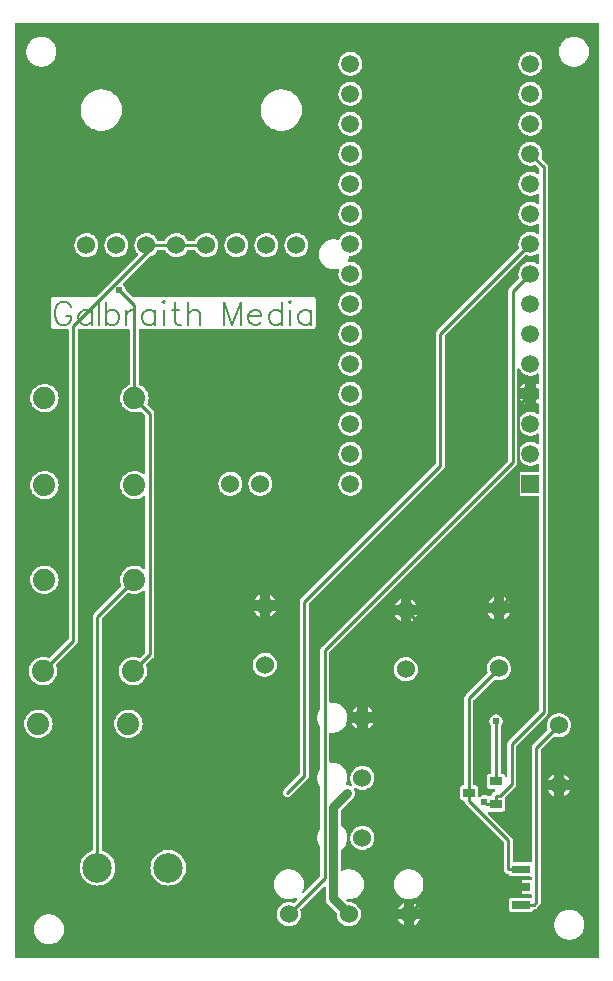
<source format=gtl>
G04 Layer: TopLayer*
G04 EasyEDA v6.5.5, 2022-07-12 11:33:07*
G04 f1e15a90033e4b75946299fcb03ef411,10*
G04 Gerber Generator version 0.2*
G04 Scale: 100 percent, Rotated: No, Reflected: No *
G04 Dimensions in millimeters *
G04 leading zeros omitted , absolute positions ,4 integer and 5 decimal *
%FSLAX45Y45*%
%MOMM*%

%ADD10C,0.2540*%
%ADD11C,0.7600*%
%ADD12C,0.2032*%
%ADD13C,0.6096*%
%ADD14R,1.0000X0.8000*%
%ADD16C,2.5000*%
%ADD17C,1.5240*%
%ADD18R,1.5080X1.5080*%
%ADD19C,1.5080*%
%ADD20C,1.8796*%

%LPD*%
G36*
X736092Y1461008D02*
G01*
X732180Y1461770D01*
X728929Y1464005D01*
X726694Y1467256D01*
X725932Y1471168D01*
X725932Y9363964D01*
X726694Y9367875D01*
X728929Y9371126D01*
X732180Y9373362D01*
X736092Y9374124D01*
X5663946Y9374124D01*
X5667857Y9373362D01*
X5671108Y9371126D01*
X5673344Y9367875D01*
X5674106Y9363964D01*
X5674106Y1471168D01*
X5673344Y1467256D01*
X5671108Y1464005D01*
X5667857Y1461770D01*
X5663946Y1461008D01*
G37*

%LPC*%
G36*
X1016000Y1574292D02*
G01*
X1031392Y1575257D01*
X1046530Y1578000D01*
X1061212Y1582572D01*
X1075232Y1588922D01*
X1088440Y1596898D01*
X1100531Y1606397D01*
X1111402Y1617268D01*
X1120902Y1629359D01*
X1128877Y1642567D01*
X1135227Y1656588D01*
X1139799Y1671269D01*
X1142542Y1686407D01*
X1143508Y1701800D01*
X1142542Y1717192D01*
X1139799Y1732330D01*
X1135227Y1747012D01*
X1128877Y1761032D01*
X1120902Y1774240D01*
X1111402Y1786331D01*
X1100531Y1797202D01*
X1088440Y1806702D01*
X1075232Y1814677D01*
X1061212Y1821027D01*
X1046530Y1825599D01*
X1031392Y1828342D01*
X1016000Y1829307D01*
X1000607Y1828342D01*
X985469Y1825599D01*
X970787Y1821027D01*
X956767Y1814677D01*
X943559Y1806702D01*
X931468Y1797202D01*
X920597Y1786331D01*
X911098Y1774240D01*
X903122Y1761032D01*
X896772Y1747012D01*
X892200Y1732330D01*
X889457Y1717192D01*
X888492Y1701800D01*
X889457Y1686407D01*
X892200Y1671269D01*
X896772Y1656588D01*
X903122Y1642567D01*
X911098Y1629359D01*
X920597Y1617268D01*
X931468Y1606397D01*
X943559Y1596898D01*
X956767Y1588922D01*
X970787Y1582572D01*
X985469Y1578000D01*
X1000607Y1575257D01*
G37*
G36*
X5422900Y1612392D02*
G01*
X5438292Y1613357D01*
X5453430Y1616100D01*
X5468112Y1620672D01*
X5482132Y1627022D01*
X5495340Y1634998D01*
X5507431Y1644497D01*
X5518302Y1655368D01*
X5527802Y1667459D01*
X5535777Y1680667D01*
X5542127Y1694688D01*
X5546699Y1709369D01*
X5549442Y1724507D01*
X5550408Y1739900D01*
X5549442Y1755292D01*
X5546699Y1770430D01*
X5542127Y1785112D01*
X5535777Y1799132D01*
X5527802Y1812340D01*
X5518302Y1824431D01*
X5507431Y1835302D01*
X5495340Y1844802D01*
X5482132Y1852777D01*
X5468112Y1859127D01*
X5453430Y1863699D01*
X5438292Y1866442D01*
X5422900Y1867407D01*
X5407507Y1866442D01*
X5392369Y1863699D01*
X5377688Y1859127D01*
X5363667Y1852777D01*
X5350459Y1844802D01*
X5338368Y1835302D01*
X5327497Y1824431D01*
X5317998Y1812340D01*
X5310022Y1799132D01*
X5303672Y1785112D01*
X5299100Y1770430D01*
X5296357Y1755292D01*
X5295392Y1739900D01*
X5296357Y1724507D01*
X5299100Y1709369D01*
X5303672Y1694688D01*
X5310022Y1680667D01*
X5317998Y1667459D01*
X5327497Y1655368D01*
X5338368Y1644497D01*
X5350459Y1634998D01*
X5363667Y1627022D01*
X5377688Y1620672D01*
X5392369Y1616100D01*
X5407507Y1613357D01*
G37*
G36*
X3044596Y1726793D02*
G01*
X3058210Y1727250D01*
X3071672Y1729486D01*
X3084677Y1733550D01*
X3097072Y1739290D01*
X3108553Y1746605D01*
X3118967Y1755393D01*
X3128111Y1765554D01*
X3135833Y1776780D01*
X3141980Y1788922D01*
X3146450Y1801825D01*
X3149193Y1815185D01*
X3150108Y1828800D01*
X3149193Y1842414D01*
X3146450Y1855774D01*
X3144215Y1862277D01*
X3143656Y1866036D01*
X3144469Y1869693D01*
X3146602Y1872792D01*
X3341420Y2067610D01*
X3344672Y2069795D01*
X3348583Y2070557D01*
X3352495Y2069795D01*
X3355746Y2067610D01*
X3357981Y2064308D01*
X3358743Y2060397D01*
X3358743Y1962454D01*
X3359251Y1954022D01*
X3361486Y1943709D01*
X3362147Y1941626D01*
X3365347Y1933905D01*
X3366363Y1931924D01*
X3370783Y1924862D01*
X3372104Y1923084D01*
X3377692Y1916734D01*
X3451148Y1843278D01*
X3453384Y1839975D01*
X3454146Y1836064D01*
X3454146Y1821992D01*
X3455974Y1808480D01*
X3459581Y1795322D01*
X3464864Y1782775D01*
X3471824Y1771040D01*
X3480308Y1760321D01*
X3490112Y1750822D01*
X3501085Y1742744D01*
X3513023Y1736191D01*
X3525774Y1731314D01*
X3539032Y1728114D01*
X3552596Y1726793D01*
X3566210Y1727250D01*
X3579672Y1729486D01*
X3592677Y1733550D01*
X3605072Y1739290D01*
X3616553Y1746605D01*
X3626967Y1755393D01*
X3636111Y1765554D01*
X3643833Y1776780D01*
X3649979Y1788922D01*
X3654450Y1801825D01*
X3657193Y1815185D01*
X3658108Y1828800D01*
X3657193Y1842414D01*
X3654450Y1855774D01*
X3649979Y1868678D01*
X3643833Y1880819D01*
X3636111Y1892046D01*
X3626967Y1902206D01*
X3616553Y1910994D01*
X3605072Y1918309D01*
X3592677Y1924050D01*
X3579672Y1928114D01*
X3566210Y1930349D01*
X3552596Y1930806D01*
X3549904Y1930552D01*
X3545484Y1931111D01*
X3541725Y1933498D01*
X3536492Y1938680D01*
X3534257Y1942084D01*
X3533495Y1946097D01*
X3534410Y1950059D01*
X3536797Y1953361D01*
X3540251Y1955444D01*
X3544265Y1956003D01*
X3556000Y1955292D01*
X3571392Y1956257D01*
X3586530Y1959000D01*
X3601212Y1963572D01*
X3615232Y1969922D01*
X3628440Y1977898D01*
X3640531Y1987397D01*
X3651402Y1998268D01*
X3660901Y2010359D01*
X3668877Y2023567D01*
X3675227Y2037588D01*
X3679799Y2052269D01*
X3682542Y2067407D01*
X3683508Y2082800D01*
X3682542Y2098192D01*
X3679799Y2113330D01*
X3675227Y2128012D01*
X3668877Y2142032D01*
X3660901Y2155240D01*
X3651402Y2167331D01*
X3640531Y2178202D01*
X3628440Y2187702D01*
X3615232Y2195677D01*
X3601212Y2202027D01*
X3586530Y2206599D01*
X3571392Y2209342D01*
X3556000Y2210308D01*
X3540607Y2209342D01*
X3525469Y2206599D01*
X3510787Y2202027D01*
X3500882Y2197557D01*
X3496970Y2196642D01*
X3493008Y2197354D01*
X3489604Y2199538D01*
X3487369Y2202891D01*
X3486556Y2206802D01*
X3486556Y2364943D01*
X3487013Y2367940D01*
X3488334Y2370683D01*
X3490468Y2372918D01*
X3500831Y2381097D01*
X3511702Y2391968D01*
X3521201Y2404059D01*
X3529177Y2417267D01*
X3535527Y2431288D01*
X3540099Y2445969D01*
X3542842Y2461107D01*
X3543808Y2476500D01*
X3542842Y2491892D01*
X3540099Y2507030D01*
X3535527Y2521712D01*
X3529177Y2535732D01*
X3521201Y2548940D01*
X3511702Y2561031D01*
X3500831Y2571902D01*
X3490468Y2580081D01*
X3488334Y2582265D01*
X3487013Y2585059D01*
X3486556Y2588056D01*
X3486556Y2706166D01*
X3487318Y2710078D01*
X3489553Y2713380D01*
X3588207Y2812034D01*
X3595268Y2820365D01*
X3600704Y2829458D01*
X3604514Y2839262D01*
X3606698Y2849626D01*
X3607104Y2860141D01*
X3605834Y2870606D01*
X3602786Y2880715D01*
X3600246Y2885897D01*
X3599230Y2890113D01*
X3600043Y2894330D01*
X3602482Y2897835D01*
X3606190Y2900019D01*
X3610508Y2900476D01*
X3614572Y2899105D01*
X3624275Y2893364D01*
X3636822Y2888081D01*
X3649979Y2884474D01*
X3663492Y2882646D01*
X3677107Y2882646D01*
X3690620Y2884474D01*
X3703777Y2888081D01*
X3716324Y2893364D01*
X3728059Y2900324D01*
X3738778Y2908808D01*
X3748278Y2918612D01*
X3756355Y2929585D01*
X3762908Y2941523D01*
X3767785Y2954274D01*
X3770985Y2967532D01*
X3772306Y2981096D01*
X3771849Y2994710D01*
X3769614Y3008172D01*
X3765550Y3021177D01*
X3759809Y3033572D01*
X3752494Y3045053D01*
X3743706Y3055467D01*
X3733546Y3064611D01*
X3722319Y3072333D01*
X3710178Y3078480D01*
X3697274Y3082950D01*
X3683914Y3085693D01*
X3670300Y3086608D01*
X3656685Y3085693D01*
X3643325Y3082950D01*
X3630422Y3078480D01*
X3618280Y3072333D01*
X3607054Y3064611D01*
X3596894Y3055467D01*
X3588105Y3045053D01*
X3580790Y3033572D01*
X3575050Y3021177D01*
X3570986Y3008172D01*
X3568750Y2994710D01*
X3568293Y2981096D01*
X3569614Y2967532D01*
X3572814Y2954274D01*
X3577691Y2941523D01*
X3584854Y2928620D01*
X3586073Y2924556D01*
X3585565Y2920339D01*
X3583330Y2916682D01*
X3579825Y2914294D01*
X3575608Y2913532D01*
X3571494Y2914599D01*
X3566515Y2916986D01*
X3556406Y2920034D01*
X3545941Y2921304D01*
X3543503Y2921203D01*
X3539439Y2921863D01*
X3535984Y2924098D01*
X3533698Y2927502D01*
X3532936Y2931515D01*
X3533800Y2935528D01*
X3535527Y2939288D01*
X3540099Y2953969D01*
X3542842Y2969107D01*
X3543808Y2984500D01*
X3542842Y2999892D01*
X3540099Y3015030D01*
X3535527Y3029712D01*
X3529177Y3043732D01*
X3521201Y3056940D01*
X3511702Y3069031D01*
X3500831Y3079902D01*
X3488740Y3089402D01*
X3475532Y3097377D01*
X3461512Y3103727D01*
X3446830Y3108299D01*
X3431692Y3111042D01*
X3416300Y3112008D01*
X3401466Y3111093D01*
X3397402Y3111703D01*
X3393897Y3113836D01*
X3391509Y3117189D01*
X3390696Y3121253D01*
X3390696Y3355746D01*
X3391509Y3359810D01*
X3393897Y3363163D01*
X3397402Y3365296D01*
X3401466Y3365906D01*
X3416300Y3364992D01*
X3431692Y3365957D01*
X3446830Y3368700D01*
X3461512Y3373272D01*
X3475532Y3379622D01*
X3488740Y3387598D01*
X3500831Y3397097D01*
X3511702Y3407968D01*
X3521201Y3420059D01*
X3529177Y3433267D01*
X3535527Y3447287D01*
X3540099Y3461969D01*
X3542842Y3477107D01*
X3543808Y3492500D01*
X3542842Y3507892D01*
X3540099Y3523030D01*
X3535527Y3537712D01*
X3529177Y3551732D01*
X3521201Y3564940D01*
X3511702Y3577031D01*
X3500831Y3587902D01*
X3488740Y3597401D01*
X3475532Y3605377D01*
X3461512Y3611727D01*
X3446830Y3616299D01*
X3431692Y3619042D01*
X3416300Y3620008D01*
X3401466Y3619093D01*
X3397402Y3619703D01*
X3393897Y3621836D01*
X3391509Y3625189D01*
X3390696Y3629253D01*
X3390696Y4046524D01*
X3391458Y4050436D01*
X3393694Y4053738D01*
X4969154Y5629198D01*
X4974285Y5635447D01*
X4977841Y5642102D01*
X4980025Y5649315D01*
X4980838Y5657342D01*
X4980838Y5682691D01*
X4981549Y5686501D01*
X4983683Y5689803D01*
X4986934Y5691987D01*
X4990744Y5692851D01*
X4994605Y5692190D01*
X4997907Y5690108D01*
X5000193Y5686958D01*
X5003901Y5679033D01*
X5011166Y5667603D01*
X5019903Y5657291D01*
X5029911Y5648198D01*
X5041087Y5640578D01*
X5053177Y5634431D01*
X5065928Y5630011D01*
X5079187Y5627319D01*
X5092700Y5626404D01*
X5106212Y5627319D01*
X5119471Y5630011D01*
X5132222Y5634431D01*
X5144312Y5640578D01*
X5151069Y5645200D01*
X5155133Y5646826D01*
X5159502Y5646623D01*
X5163362Y5644591D01*
X5166004Y5641086D01*
X5166969Y5636818D01*
X5166969Y5585155D01*
X5166207Y5581294D01*
X5163972Y5577992D01*
X5160721Y5575757D01*
X5156809Y5574995D01*
X5017871Y5574995D01*
X5011572Y5574284D01*
X5006086Y5572404D01*
X5001209Y5569305D01*
X4997094Y5565190D01*
X4993995Y5560314D01*
X4992116Y5554827D01*
X4991404Y5548528D01*
X4991404Y5398871D01*
X4992116Y5392572D01*
X4993995Y5387086D01*
X4997094Y5382209D01*
X5001209Y5378094D01*
X5006086Y5374995D01*
X5011572Y5373116D01*
X5017871Y5372404D01*
X5156809Y5372404D01*
X5160721Y5371642D01*
X5163972Y5369407D01*
X5166207Y5366105D01*
X5166969Y5362244D01*
X5166969Y3562858D01*
X5166207Y3558997D01*
X5163972Y3555695D01*
X4908702Y3300374D01*
X4903571Y3294176D01*
X4900015Y3287522D01*
X4897831Y3280257D01*
X4897069Y3272231D01*
X4897069Y2996793D01*
X4896104Y2992526D01*
X4893462Y2989072D01*
X4889601Y2986989D01*
X4885283Y2986735D01*
X4881219Y2988360D01*
X4878222Y2991510D01*
X4876800Y2995625D01*
X4876495Y2998266D01*
X4874564Y3003702D01*
X4871516Y3008630D01*
X4867402Y3012694D01*
X4862525Y3015792D01*
X4857140Y3017672D01*
X4849063Y3018434D01*
X4845507Y3019501D01*
X4842510Y3021736D01*
X4840579Y3024886D01*
X4839919Y3028543D01*
X4839919Y3419856D01*
X4840681Y3423767D01*
X4842865Y3427069D01*
X4844440Y3428644D01*
X4850079Y3436670D01*
X4854244Y3445611D01*
X4856784Y3455060D01*
X4857648Y3464864D01*
X4856784Y3474669D01*
X4854244Y3484118D01*
X4850079Y3493058D01*
X4844440Y3501085D01*
X4837531Y3508044D01*
X4829454Y3513683D01*
X4820564Y3517798D01*
X4811064Y3520338D01*
X4801311Y3521201D01*
X4791506Y3520338D01*
X4782007Y3517798D01*
X4773117Y3513683D01*
X4765090Y3508044D01*
X4758131Y3501085D01*
X4752492Y3493058D01*
X4748326Y3484118D01*
X4745786Y3474669D01*
X4744923Y3464864D01*
X4745786Y3455060D01*
X4748326Y3445611D01*
X4752492Y3436670D01*
X4758131Y3428644D01*
X4759706Y3427069D01*
X4761890Y3423767D01*
X4762703Y3419856D01*
X4762703Y3028543D01*
X4761992Y3024886D01*
X4760061Y3021736D01*
X4757064Y3019501D01*
X4753508Y3018434D01*
X4745482Y3017672D01*
X4740097Y3015792D01*
X4735169Y3012694D01*
X4731105Y3008630D01*
X4728006Y3003702D01*
X4726127Y2998266D01*
X4725416Y2991916D01*
X4725416Y2913075D01*
X4726127Y2906725D01*
X4728006Y2901289D01*
X4731105Y2896412D01*
X4735169Y2892298D01*
X4740097Y2889199D01*
X4745532Y2887319D01*
X4751882Y2886608D01*
X4785664Y2886608D01*
X4789678Y2885744D01*
X4793081Y2883408D01*
X4795215Y2879902D01*
X4795824Y2875838D01*
X4794758Y2871876D01*
X4792218Y2868676D01*
X4788611Y2866694D01*
X4786528Y2866085D01*
X4779873Y2862529D01*
X4774031Y2857703D01*
X4769205Y2851861D01*
X4765649Y2845206D01*
X4762398Y2833979D01*
X4760163Y2831033D01*
X4756962Y2829052D01*
X4745532Y2827680D01*
X4741164Y2826664D01*
X4738014Y2827121D01*
X4735118Y2828493D01*
X4732375Y2830474D01*
X4723434Y2834589D01*
X4713986Y2837129D01*
X4704181Y2837992D01*
X4694377Y2837129D01*
X4684928Y2834589D01*
X4675987Y2830474D01*
X4667961Y2824835D01*
X4664557Y2821432D01*
X4661255Y2819196D01*
X4657394Y2818434D01*
X4653483Y2819196D01*
X4650181Y2821432D01*
X4647996Y2824734D01*
X4647234Y2828594D01*
X4647234Y2896920D01*
X4646523Y2903270D01*
X4644593Y2908706D01*
X4641494Y2913634D01*
X4637430Y2917698D01*
X4632502Y2920796D01*
X4627118Y2922676D01*
X4619091Y2923438D01*
X4615484Y2924505D01*
X4612538Y2926740D01*
X4610557Y2929890D01*
X4609896Y2933547D01*
X4609896Y3636670D01*
X4610658Y3640582D01*
X4612894Y3643884D01*
X4782007Y3812997D01*
X4785106Y3815130D01*
X4788763Y3815943D01*
X4792522Y3815384D01*
X4799025Y3813149D01*
X4812385Y3810406D01*
X4826000Y3809492D01*
X4839614Y3810406D01*
X4852974Y3813149D01*
X4865878Y3817620D01*
X4878019Y3823766D01*
X4889246Y3831488D01*
X4899406Y3840632D01*
X4908194Y3851046D01*
X4915509Y3862527D01*
X4921250Y3874922D01*
X4925314Y3887927D01*
X4927549Y3901389D01*
X4928006Y3915003D01*
X4926685Y3928567D01*
X4923485Y3941826D01*
X4918608Y3954576D01*
X4912055Y3966514D01*
X4903978Y3977487D01*
X4894478Y3987292D01*
X4883759Y3995775D01*
X4872024Y4002735D01*
X4859477Y4008018D01*
X4846320Y4011625D01*
X4832807Y4013454D01*
X4819192Y4013454D01*
X4805680Y4011625D01*
X4792522Y4008018D01*
X4779975Y4002735D01*
X4768240Y3995775D01*
X4757521Y3987292D01*
X4748022Y3977487D01*
X4739944Y3966514D01*
X4733391Y3954576D01*
X4728514Y3941826D01*
X4725314Y3928567D01*
X4723993Y3915003D01*
X4724450Y3901389D01*
X4726686Y3887927D01*
X4729835Y3877716D01*
X4730292Y3874109D01*
X4729429Y3870553D01*
X4727346Y3867556D01*
X4544364Y3684524D01*
X4539234Y3678326D01*
X4535678Y3671671D01*
X4533493Y3664407D01*
X4532680Y3656380D01*
X4532680Y2933547D01*
X4532020Y2929890D01*
X4530039Y2926740D01*
X4527092Y2924505D01*
X4523536Y2923438D01*
X4515459Y2922676D01*
X4510074Y2920796D01*
X4505198Y2917698D01*
X4501083Y2913634D01*
X4498035Y2908706D01*
X4496104Y2903270D01*
X4495393Y2896920D01*
X4495393Y2818079D01*
X4496104Y2811729D01*
X4498035Y2806293D01*
X4501083Y2801366D01*
X4505198Y2797302D01*
X4510074Y2794203D01*
X4515561Y2792323D01*
X4523333Y2791612D01*
X4526991Y2790901D01*
X4530140Y2788970D01*
X4532376Y2786024D01*
X4535678Y2774797D01*
X4539234Y2768092D01*
X4544364Y2761894D01*
X4864100Y2442108D01*
X4866335Y2438806D01*
X4867097Y2434894D01*
X4867097Y2207869D01*
X4867910Y2199843D01*
X4870094Y2192629D01*
X4873650Y2185974D01*
X4878425Y2180132D01*
X4884267Y2175306D01*
X4890973Y2171750D01*
X4898186Y2169566D01*
X4901844Y2169210D01*
X4905451Y2168144D01*
X4908448Y2165858D01*
X4913477Y2157679D01*
X4917592Y2153615D01*
X4922469Y2150516D01*
X4927904Y2148636D01*
X4934254Y2147925D01*
X5090617Y2147925D01*
X5092700Y2148128D01*
X5096916Y2147722D01*
X5100574Y2145639D01*
X5103114Y2142185D01*
X5103977Y2138019D01*
X5103977Y2126132D01*
X5103114Y2122017D01*
X5100574Y2118563D01*
X5096916Y2116480D01*
X5092700Y2116074D01*
X5090617Y2116277D01*
X5025745Y2116277D01*
X5025745Y1998472D01*
X5090617Y1998472D01*
X5092700Y1998725D01*
X5096916Y1998268D01*
X5100574Y1996186D01*
X5103114Y1992782D01*
X5103977Y1988616D01*
X5103977Y1976780D01*
X5103114Y1972614D01*
X5100574Y1969211D01*
X5096916Y1967128D01*
X5092700Y1966671D01*
X5090617Y1966925D01*
X4934254Y1966925D01*
X4927904Y1966214D01*
X4922469Y1964283D01*
X4917592Y1961235D01*
X4913477Y1957120D01*
X4910378Y1952243D01*
X4908499Y1946757D01*
X4907788Y1940458D01*
X4907788Y1874367D01*
X4908499Y1868068D01*
X4910378Y1862582D01*
X4913477Y1857705D01*
X4917592Y1853590D01*
X4922469Y1850542D01*
X4927904Y1848612D01*
X4934254Y1847900D01*
X5090617Y1847900D01*
X5096916Y1848612D01*
X5102402Y1850542D01*
X5107279Y1853590D01*
X5111394Y1857705D01*
X5116423Y1865833D01*
X5119370Y1868170D01*
X5123027Y1869236D01*
X5126685Y1869592D01*
X5133898Y1871776D01*
X5140553Y1875332D01*
X5146802Y1880463D01*
X5169560Y1903171D01*
X5174640Y1909419D01*
X5178196Y1916074D01*
X5180431Y1923288D01*
X5181193Y1931314D01*
X5181193Y3217367D01*
X5181955Y3221278D01*
X5184190Y3224580D01*
X5289804Y3330194D01*
X5292699Y3332226D01*
X5296154Y3333140D01*
X5299710Y3332835D01*
X5313680Y3328974D01*
X5327192Y3327146D01*
X5340807Y3327146D01*
X5354320Y3328974D01*
X5367477Y3332581D01*
X5380024Y3337864D01*
X5391759Y3344824D01*
X5402478Y3353308D01*
X5411978Y3363112D01*
X5420055Y3374085D01*
X5426608Y3386023D01*
X5431485Y3398774D01*
X5434685Y3412032D01*
X5436006Y3425596D01*
X5435549Y3439210D01*
X5433314Y3452672D01*
X5429250Y3465677D01*
X5423509Y3478072D01*
X5416194Y3489553D01*
X5407406Y3499967D01*
X5397246Y3509111D01*
X5386019Y3516833D01*
X5373878Y3522979D01*
X5360974Y3527450D01*
X5347614Y3530193D01*
X5334000Y3531108D01*
X5320385Y3530193D01*
X5307025Y3527450D01*
X5294122Y3522979D01*
X5281980Y3516833D01*
X5270754Y3509111D01*
X5260594Y3499967D01*
X5251805Y3489553D01*
X5244490Y3478072D01*
X5238750Y3465677D01*
X5234686Y3452672D01*
X5232450Y3439210D01*
X5231993Y3425596D01*
X5233314Y3412032D01*
X5236514Y3398774D01*
X5237632Y3395776D01*
X5238343Y3391966D01*
X5237530Y3388156D01*
X5235346Y3384956D01*
X5115661Y3265220D01*
X5110530Y3259023D01*
X5106974Y3252368D01*
X5104790Y3245104D01*
X5103977Y3237077D01*
X5103977Y2276805D01*
X5103114Y2272639D01*
X5100574Y2269185D01*
X5096916Y2267102D01*
X5092700Y2266696D01*
X5090617Y2266899D01*
X4954473Y2266899D01*
X4950612Y2267712D01*
X4947310Y2269896D01*
X4945075Y2273198D01*
X4944313Y2277059D01*
X4944313Y2454605D01*
X4943551Y2462631D01*
X4941316Y2469896D01*
X4937760Y2476550D01*
X4932680Y2482748D01*
X4734864Y2680563D01*
X4732680Y2683814D01*
X4731867Y2687574D01*
X4732578Y2691434D01*
X4734610Y2694686D01*
X4737760Y2696972D01*
X4741519Y2697886D01*
X4751882Y2696565D01*
X4850739Y2696565D01*
X4857038Y2697276D01*
X4862525Y2699207D01*
X4867402Y2702306D01*
X4871516Y2706370D01*
X4874564Y2711297D01*
X4876495Y2716733D01*
X4877206Y2723083D01*
X4877206Y2801924D01*
X4875733Y2812491D01*
X4876596Y2816199D01*
X4878730Y2819298D01*
X4962601Y2903220D01*
X4967732Y2909417D01*
X4971288Y2916123D01*
X4973472Y2923336D01*
X4974285Y2931363D01*
X4974285Y3252520D01*
X4975047Y3256432D01*
X4977231Y3259734D01*
X5232552Y3515004D01*
X5237632Y3521252D01*
X5241188Y3527907D01*
X5243423Y3535121D01*
X5244185Y3543147D01*
X5244185Y8154314D01*
X5243423Y8162340D01*
X5241188Y8169605D01*
X5237632Y8176259D01*
X5232552Y8182457D01*
X5190744Y8224266D01*
X5188661Y8227314D01*
X5187746Y8230819D01*
X5188204Y8234476D01*
X5191201Y8244230D01*
X5193487Y8257540D01*
X5193944Y8271103D01*
X5192572Y8284565D01*
X5189423Y8297722D01*
X5184597Y8310321D01*
X5178094Y8322208D01*
X5170068Y8333079D01*
X5160619Y8342833D01*
X5150002Y8351215D01*
X5138369Y8358124D01*
X5125923Y8363356D01*
X5112867Y8366963D01*
X5099456Y8368741D01*
X5085943Y8368741D01*
X5072532Y8366963D01*
X5059476Y8363356D01*
X5047030Y8358124D01*
X5035397Y8351215D01*
X5024780Y8342833D01*
X5015331Y8333079D01*
X5007305Y8322208D01*
X5000802Y8310321D01*
X4995976Y8297722D01*
X4992827Y8284565D01*
X4991455Y8271103D01*
X4991912Y8257540D01*
X4994198Y8244230D01*
X4998161Y8231276D01*
X5003901Y8219033D01*
X5011166Y8207603D01*
X5019903Y8197291D01*
X5029911Y8188198D01*
X5041087Y8180578D01*
X5053177Y8174431D01*
X5065928Y8170011D01*
X5079187Y8167319D01*
X5092700Y8166404D01*
X5106212Y8167319D01*
X5119471Y8170011D01*
X5125567Y8172145D01*
X5129276Y8172703D01*
X5132984Y8171840D01*
X5136083Y8169706D01*
X5163972Y8141817D01*
X5166207Y8138515D01*
X5166969Y8134603D01*
X5166969Y8104784D01*
X5165953Y8100364D01*
X5163159Y8096859D01*
X5159095Y8094878D01*
X5154574Y8094878D01*
X5150002Y8097215D01*
X5138369Y8104124D01*
X5125923Y8109356D01*
X5112867Y8112963D01*
X5099456Y8114741D01*
X5085943Y8114741D01*
X5072532Y8112963D01*
X5059476Y8109356D01*
X5047030Y8104124D01*
X5035397Y8097215D01*
X5024780Y8088833D01*
X5015331Y8079079D01*
X5007305Y8068208D01*
X5000802Y8056321D01*
X4995976Y8043722D01*
X4992827Y8030565D01*
X4991455Y8017103D01*
X4991912Y8003540D01*
X4994198Y7990230D01*
X4998161Y7977276D01*
X5003901Y7965033D01*
X5011166Y7953603D01*
X5019903Y7943291D01*
X5029911Y7934198D01*
X5041087Y7926578D01*
X5053177Y7920431D01*
X5065928Y7916011D01*
X5079187Y7913319D01*
X5092700Y7912404D01*
X5106212Y7913319D01*
X5119471Y7916011D01*
X5132222Y7920431D01*
X5144312Y7926578D01*
X5151069Y7931200D01*
X5155133Y7932826D01*
X5159502Y7932623D01*
X5163362Y7930591D01*
X5166004Y7927086D01*
X5166969Y7922818D01*
X5166969Y7850784D01*
X5165953Y7846364D01*
X5163159Y7842859D01*
X5159095Y7840878D01*
X5154574Y7840878D01*
X5150002Y7843215D01*
X5138369Y7850124D01*
X5125923Y7855356D01*
X5112867Y7858963D01*
X5099456Y7860741D01*
X5085943Y7860741D01*
X5072532Y7858963D01*
X5059476Y7855356D01*
X5047030Y7850124D01*
X5035397Y7843215D01*
X5024780Y7834833D01*
X5015331Y7825079D01*
X5007305Y7814208D01*
X5000802Y7802321D01*
X4995976Y7789722D01*
X4992827Y7776565D01*
X4991455Y7763103D01*
X4991912Y7749540D01*
X4994198Y7736230D01*
X4998161Y7723276D01*
X5003901Y7711033D01*
X5011166Y7699603D01*
X5019903Y7689291D01*
X5029911Y7680198D01*
X5041087Y7672578D01*
X5053177Y7666431D01*
X5065928Y7662011D01*
X5079187Y7659319D01*
X5092700Y7658404D01*
X5106212Y7659319D01*
X5119471Y7662011D01*
X5132222Y7666431D01*
X5144312Y7672578D01*
X5151069Y7677200D01*
X5155133Y7678826D01*
X5159502Y7678623D01*
X5163362Y7676591D01*
X5166004Y7673086D01*
X5166969Y7668818D01*
X5166969Y7596784D01*
X5165953Y7592364D01*
X5163159Y7588859D01*
X5159095Y7586878D01*
X5154574Y7586878D01*
X5150002Y7589215D01*
X5138369Y7596124D01*
X5125923Y7601356D01*
X5112867Y7604963D01*
X5099456Y7606741D01*
X5085943Y7606741D01*
X5072532Y7604963D01*
X5059476Y7601356D01*
X5047030Y7596124D01*
X5035397Y7589215D01*
X5024780Y7580833D01*
X5015331Y7571079D01*
X5007305Y7560208D01*
X5000802Y7548321D01*
X4995976Y7535722D01*
X4992827Y7522565D01*
X4991455Y7509103D01*
X4991912Y7495540D01*
X4994198Y7482230D01*
X4997196Y7472476D01*
X4997653Y7468819D01*
X4996738Y7465263D01*
X4994656Y7462266D01*
X4303776Y6771335D01*
X4298645Y6765137D01*
X4295089Y6758482D01*
X4292904Y6751218D01*
X4292092Y6743192D01*
X4292092Y5646877D01*
X4291330Y5643016D01*
X4289094Y5639714D01*
X3151225Y4501794D01*
X3146094Y4495546D01*
X3142538Y4488891D01*
X3140354Y4481677D01*
X3139541Y4473651D01*
X3139541Y3020568D01*
X3138779Y3016656D01*
X3136544Y3013354D01*
X3008376Y2885135D01*
X3003245Y2878937D01*
X2999689Y2872282D01*
X2997504Y2865018D01*
X2996742Y2857500D01*
X2997504Y2849981D01*
X2999689Y2842768D01*
X3003245Y2836062D01*
X3008020Y2830220D01*
X3013862Y2825445D01*
X3020568Y2821889D01*
X3027781Y2819704D01*
X3035300Y2818942D01*
X3042818Y2819704D01*
X3050082Y2821889D01*
X3056737Y2825445D01*
X3062935Y2830576D01*
X3205124Y2972714D01*
X3210204Y2978912D01*
X3213760Y2985617D01*
X3215995Y2992831D01*
X3216757Y3000857D01*
X3216757Y4453940D01*
X3217519Y4457801D01*
X3219754Y4461103D01*
X4357674Y5599023D01*
X4362754Y5605272D01*
X4366310Y5611926D01*
X4368495Y5619140D01*
X4369308Y5627166D01*
X4369308Y6723481D01*
X4370070Y6727393D01*
X4372305Y6730695D01*
X5049316Y7407706D01*
X5052415Y7409840D01*
X5056124Y7410703D01*
X5059832Y7410145D01*
X5065928Y7408011D01*
X5079187Y7405319D01*
X5092700Y7404404D01*
X5106212Y7405319D01*
X5119471Y7408011D01*
X5132222Y7412431D01*
X5144312Y7418578D01*
X5151069Y7423200D01*
X5155133Y7424826D01*
X5159502Y7424623D01*
X5163362Y7422591D01*
X5166004Y7419086D01*
X5166969Y7414818D01*
X5166969Y7342784D01*
X5165953Y7338364D01*
X5163159Y7334859D01*
X5159095Y7332878D01*
X5154574Y7332878D01*
X5150002Y7335215D01*
X5138369Y7342124D01*
X5125923Y7347356D01*
X5112867Y7350963D01*
X5099456Y7352741D01*
X5085943Y7352741D01*
X5072532Y7350963D01*
X5059476Y7347356D01*
X5047030Y7342124D01*
X5035397Y7335215D01*
X5024780Y7326833D01*
X5015331Y7317079D01*
X5007305Y7306208D01*
X5000802Y7294321D01*
X4995976Y7281722D01*
X4992827Y7268565D01*
X4991455Y7255103D01*
X4991912Y7241540D01*
X4994198Y7228230D01*
X4997196Y7218476D01*
X4997653Y7214819D01*
X4996738Y7211263D01*
X4994656Y7208266D01*
X4915255Y7128865D01*
X4910124Y7122617D01*
X4906568Y7115962D01*
X4904384Y7108748D01*
X4903622Y7100722D01*
X4903622Y5677052D01*
X4902809Y5673191D01*
X4900625Y5669889D01*
X3325164Y4094378D01*
X3320034Y4088180D01*
X3316478Y4081526D01*
X3314293Y4074261D01*
X3313480Y4066235D01*
X3313480Y3571138D01*
X3313125Y3568344D01*
X3312007Y3565804D01*
X3303422Y3551732D01*
X3297072Y3537712D01*
X3292500Y3523030D01*
X3289757Y3507892D01*
X3288792Y3492500D01*
X3289757Y3477107D01*
X3292500Y3461969D01*
X3297072Y3447287D01*
X3303422Y3433267D01*
X3312007Y3419195D01*
X3313125Y3416655D01*
X3313480Y3413861D01*
X3313480Y3063138D01*
X3313125Y3060344D01*
X3312007Y3057804D01*
X3303422Y3043732D01*
X3297072Y3029712D01*
X3292500Y3015030D01*
X3289757Y2999892D01*
X3288792Y2984500D01*
X3289757Y2969107D01*
X3292500Y2953969D01*
X3297072Y2939288D01*
X3303422Y2925267D01*
X3312007Y2911195D01*
X3313125Y2908655D01*
X3313480Y2905861D01*
X3313480Y2555138D01*
X3313125Y2552344D01*
X3312007Y2549804D01*
X3303422Y2535732D01*
X3297072Y2521712D01*
X3292500Y2507030D01*
X3289757Y2491892D01*
X3288792Y2476500D01*
X3289757Y2461107D01*
X3292500Y2445969D01*
X3297072Y2431288D01*
X3303422Y2417267D01*
X3312007Y2403195D01*
X3313125Y2400655D01*
X3313480Y2397861D01*
X3313480Y2153107D01*
X3312718Y2149195D01*
X3310483Y2145893D01*
X3177794Y2013153D01*
X3174441Y2010968D01*
X3170478Y2010206D01*
X3166567Y2011019D01*
X3163265Y2013305D01*
X3161131Y2016658D01*
X3160420Y2020620D01*
X3161334Y2024532D01*
X3167227Y2037588D01*
X3171799Y2052269D01*
X3174542Y2067407D01*
X3175508Y2082800D01*
X3174542Y2098192D01*
X3171799Y2113330D01*
X3167227Y2128012D01*
X3160877Y2142032D01*
X3152902Y2155240D01*
X3143402Y2167331D01*
X3132531Y2178202D01*
X3120440Y2187702D01*
X3107232Y2195677D01*
X3093212Y2202027D01*
X3078530Y2206599D01*
X3063392Y2209342D01*
X3048000Y2210308D01*
X3032607Y2209342D01*
X3017469Y2206599D01*
X3002788Y2202027D01*
X2988767Y2195677D01*
X2975559Y2187702D01*
X2963468Y2178202D01*
X2952597Y2167331D01*
X2943098Y2155240D01*
X2935122Y2142032D01*
X2928772Y2128012D01*
X2924200Y2113330D01*
X2921457Y2098192D01*
X2920492Y2082800D01*
X2921457Y2067407D01*
X2924200Y2052269D01*
X2928772Y2037588D01*
X2935122Y2023567D01*
X2943098Y2010359D01*
X2952597Y1998268D01*
X2963468Y1987397D01*
X2975559Y1977898D01*
X2988767Y1969922D01*
X3002788Y1963572D01*
X3017469Y1959000D01*
X3032607Y1956257D01*
X3048000Y1955292D01*
X3063392Y1956257D01*
X3078530Y1959000D01*
X3093212Y1963572D01*
X3106267Y1969465D01*
X3110179Y1970379D01*
X3114141Y1969668D01*
X3117494Y1967534D01*
X3119780Y1964232D01*
X3120593Y1960321D01*
X3119831Y1956358D01*
X3117646Y1953006D01*
X3092043Y1927453D01*
X3089046Y1925370D01*
X3085490Y1924507D01*
X3081883Y1924964D01*
X3071672Y1928114D01*
X3058210Y1930349D01*
X3044596Y1930806D01*
X3031032Y1929485D01*
X3017774Y1926285D01*
X3005023Y1921408D01*
X2993085Y1914855D01*
X2982112Y1906778D01*
X2972308Y1897278D01*
X2963824Y1886559D01*
X2956864Y1874824D01*
X2951581Y1862277D01*
X2947974Y1849120D01*
X2946146Y1835607D01*
X2946146Y1821992D01*
X2947974Y1808480D01*
X2951581Y1795322D01*
X2956864Y1782775D01*
X2963824Y1771040D01*
X2972308Y1760321D01*
X2982112Y1750822D01*
X2993085Y1742744D01*
X3005023Y1736191D01*
X3017774Y1731314D01*
X3031032Y1728114D01*
G37*
G36*
X4019550Y1737004D02*
G01*
X4019550Y1784350D01*
X3972204Y1784350D01*
X3972864Y1782775D01*
X3979824Y1771040D01*
X3988308Y1760321D01*
X3998112Y1750822D01*
X4009085Y1742744D01*
G37*
G36*
X4108450Y1737156D02*
G01*
X4113072Y1739290D01*
X4124553Y1746605D01*
X4134967Y1755393D01*
X4144111Y1765554D01*
X4151833Y1776780D01*
X4155643Y1784350D01*
X4108450Y1784350D01*
G37*
G36*
X4108450Y1873250D02*
G01*
X4155643Y1873250D01*
X4151833Y1880819D01*
X4144111Y1892046D01*
X4134967Y1902206D01*
X4124553Y1910994D01*
X4113072Y1918309D01*
X4108450Y1920443D01*
G37*
G36*
X3972204Y1873250D02*
G01*
X4019550Y1873250D01*
X4019550Y1920595D01*
X4009085Y1914855D01*
X3998112Y1906778D01*
X3988308Y1897278D01*
X3979824Y1886559D01*
X3972864Y1874824D01*
G37*
G36*
X4064000Y1955292D02*
G01*
X4079392Y1956257D01*
X4094530Y1959000D01*
X4109212Y1963572D01*
X4123232Y1969922D01*
X4136440Y1977898D01*
X4148531Y1987397D01*
X4159402Y1998268D01*
X4168901Y2010359D01*
X4176877Y2023567D01*
X4183227Y2037588D01*
X4187799Y2052269D01*
X4190542Y2067407D01*
X4191508Y2082800D01*
X4190542Y2098192D01*
X4187799Y2113330D01*
X4183227Y2128012D01*
X4176877Y2142032D01*
X4168901Y2155240D01*
X4159402Y2167331D01*
X4148531Y2178202D01*
X4136440Y2187702D01*
X4123232Y2195677D01*
X4109212Y2202027D01*
X4094530Y2206599D01*
X4079392Y2209342D01*
X4064000Y2210308D01*
X4048607Y2209342D01*
X4033469Y2206599D01*
X4018787Y2202027D01*
X4004767Y2195677D01*
X3991559Y2187702D01*
X3979468Y2178202D01*
X3968597Y2167331D01*
X3959098Y2155240D01*
X3951122Y2142032D01*
X3944772Y2128012D01*
X3940200Y2113330D01*
X3937457Y2098192D01*
X3936492Y2082800D01*
X3937457Y2067407D01*
X3940200Y2052269D01*
X3944772Y2037588D01*
X3951122Y2023567D01*
X3959098Y2010359D01*
X3968597Y1998268D01*
X3979468Y1987397D01*
X3991559Y1977898D01*
X4004767Y1969922D01*
X4018787Y1963572D01*
X4033469Y1959000D01*
X4048607Y1956257D01*
G37*
G36*
X2027174Y2071624D02*
G01*
X2044090Y2072538D01*
X2060752Y2075383D01*
X2077059Y2080056D01*
X2092655Y2086559D01*
X2107488Y2094738D01*
X2121255Y2104542D01*
X2133904Y2115820D01*
X2145182Y2128418D01*
X2154986Y2142236D01*
X2163165Y2157018D01*
X2169617Y2172665D01*
X2174290Y2188921D01*
X2177135Y2205583D01*
X2178100Y2222500D01*
X2177135Y2239416D01*
X2174290Y2256078D01*
X2169617Y2272334D01*
X2163165Y2287981D01*
X2154986Y2302764D01*
X2145182Y2316581D01*
X2133904Y2329180D01*
X2121255Y2340457D01*
X2107488Y2350262D01*
X2092655Y2358440D01*
X2077059Y2364943D01*
X2060752Y2369616D01*
X2044090Y2372461D01*
X2027174Y2373376D01*
X2010308Y2372461D01*
X1993646Y2369616D01*
X1977339Y2364943D01*
X1961743Y2358440D01*
X1946910Y2350262D01*
X1933143Y2340457D01*
X1920493Y2329180D01*
X1909216Y2316581D01*
X1899412Y2302764D01*
X1891233Y2287981D01*
X1884781Y2272334D01*
X1880107Y2256078D01*
X1877263Y2239416D01*
X1876298Y2222500D01*
X1877263Y2205583D01*
X1880107Y2188921D01*
X1884781Y2172665D01*
X1891233Y2157018D01*
X1899412Y2142236D01*
X1909216Y2128418D01*
X1920493Y2115820D01*
X1933143Y2104542D01*
X1946910Y2094738D01*
X1961743Y2086559D01*
X1977339Y2080056D01*
X1993646Y2075383D01*
X2010308Y2072538D01*
G37*
G36*
X1427226Y2071624D02*
G01*
X1444091Y2072538D01*
X1460754Y2075383D01*
X1477060Y2080056D01*
X1492656Y2086559D01*
X1507490Y2094738D01*
X1521256Y2104542D01*
X1533906Y2115820D01*
X1545183Y2128418D01*
X1554988Y2142236D01*
X1563166Y2157018D01*
X1569618Y2172665D01*
X1574292Y2188921D01*
X1577136Y2205583D01*
X1578102Y2222500D01*
X1577136Y2239416D01*
X1574292Y2256078D01*
X1569618Y2272334D01*
X1563166Y2287981D01*
X1554988Y2302764D01*
X1545183Y2316581D01*
X1533906Y2329180D01*
X1521256Y2340457D01*
X1507490Y2350262D01*
X1492656Y2358440D01*
X1477060Y2364943D01*
X1473149Y2366060D01*
X1469339Y2368092D01*
X1466748Y2371547D01*
X1465834Y2375814D01*
X1465834Y4328007D01*
X1466596Y4331868D01*
X1468780Y4335170D01*
X1681937Y4548378D01*
X1685086Y4550511D01*
X1688795Y4551324D01*
X1692503Y4550765D01*
X1707083Y4545584D01*
X1721510Y4542434D01*
X1736191Y4541062D01*
X1750974Y4541520D01*
X1765554Y4543806D01*
X1779727Y4547870D01*
X1793341Y4553610D01*
X1806092Y4560976D01*
X1815033Y4567682D01*
X1819097Y4569561D01*
X1823567Y4569460D01*
X1827530Y4567478D01*
X1830324Y4563973D01*
X1831289Y4559604D01*
X1831289Y4049115D01*
X1830527Y4045204D01*
X1828292Y4041901D01*
X1784959Y3998569D01*
X1781657Y3996334D01*
X1777746Y3995572D01*
X1773834Y3996385D01*
X1767027Y3999229D01*
X1752854Y4003294D01*
X1738274Y4005579D01*
X1723491Y4005986D01*
X1708810Y4004665D01*
X1694383Y4001515D01*
X1680464Y3996588D01*
X1667256Y3989984D01*
X1654962Y3981856D01*
X1643735Y3972255D01*
X1633829Y3961333D01*
X1625295Y3949293D01*
X1618284Y3936288D01*
X1612950Y3922522D01*
X1609394Y3908247D01*
X1607566Y3893565D01*
X1607566Y3878834D01*
X1609394Y3864152D01*
X1612950Y3849878D01*
X1618284Y3836111D01*
X1625295Y3823106D01*
X1633829Y3811066D01*
X1643735Y3800144D01*
X1654962Y3790543D01*
X1667256Y3782415D01*
X1680464Y3775811D01*
X1694383Y3770884D01*
X1708810Y3767734D01*
X1723491Y3766362D01*
X1738274Y3766820D01*
X1752854Y3769106D01*
X1767027Y3773170D01*
X1780641Y3778910D01*
X1793392Y3786276D01*
X1805178Y3795166D01*
X1815795Y3805428D01*
X1825040Y3816959D01*
X1832813Y3829507D01*
X1838960Y3842918D01*
X1843430Y3856939D01*
X1846173Y3871468D01*
X1847088Y3886200D01*
X1846173Y3900932D01*
X1843430Y3915460D01*
X1838960Y3929481D01*
X1837537Y3932580D01*
X1836623Y3936542D01*
X1837334Y3940606D01*
X1839620Y3944010D01*
X1896872Y4001262D01*
X1901952Y4007459D01*
X1905507Y4014165D01*
X1907743Y4021378D01*
X1908505Y4029405D01*
X1908505Y6067094D01*
X1907743Y6075121D01*
X1905507Y6082385D01*
X1901952Y6089040D01*
X1896872Y6095238D01*
X1852320Y6139789D01*
X1850034Y6143193D01*
X1849323Y6147257D01*
X1850237Y6151219D01*
X1851660Y6154318D01*
X1856130Y6168339D01*
X1858873Y6182868D01*
X1859788Y6197600D01*
X1858873Y6212332D01*
X1856130Y6226860D01*
X1851660Y6240881D01*
X1845513Y6254292D01*
X1837740Y6266840D01*
X1828495Y6278372D01*
X1817878Y6288633D01*
X1806092Y6297523D01*
X1793341Y6304889D01*
X1784705Y6308547D01*
X1781454Y6310782D01*
X1779270Y6314033D01*
X1778507Y6317894D01*
X1778507Y6772148D01*
X1779270Y6776059D01*
X1781505Y6779310D01*
X1784807Y6781546D01*
X1788668Y6782308D01*
X3248863Y6782308D01*
X3255162Y6783019D01*
X3260648Y6784949D01*
X3265525Y6787997D01*
X3269640Y6792112D01*
X3272688Y6796989D01*
X3274618Y6802475D01*
X3275329Y6808774D01*
X3275329Y7031177D01*
X3274618Y7037476D01*
X3272688Y7042962D01*
X3269640Y7047839D01*
X3265525Y7051954D01*
X3260648Y7055002D01*
X3255162Y7056932D01*
X3248863Y7057644D01*
X1726539Y7057644D01*
X1722678Y7058406D01*
X1719376Y7060641D01*
X1670354Y7109663D01*
X1668322Y7112558D01*
X1667408Y7115962D01*
X1666697Y7123988D01*
X1664157Y7133437D01*
X1659991Y7142378D01*
X1654352Y7150404D01*
X1647443Y7157364D01*
X1644853Y7159142D01*
X1641856Y7162393D01*
X1640535Y7166609D01*
X1641093Y7170978D01*
X1643481Y7174687D01*
X1859686Y7390841D01*
X1862175Y7392720D01*
X1878177Y7397750D01*
X1890572Y7403490D01*
X1902053Y7410805D01*
X1912467Y7419594D01*
X1921611Y7429753D01*
X1929333Y7440980D01*
X1933295Y7448803D01*
X1935530Y7451750D01*
X1938731Y7453731D01*
X1942338Y7454392D01*
X1994509Y7454392D01*
X1998370Y7453630D01*
X2001672Y7451445D01*
X2011324Y7435240D01*
X2019807Y7424521D01*
X2029612Y7415022D01*
X2040585Y7406944D01*
X2052523Y7400391D01*
X2065274Y7395514D01*
X2078532Y7392314D01*
X2092096Y7390993D01*
X2105710Y7391450D01*
X2119172Y7393686D01*
X2132177Y7397750D01*
X2144572Y7403490D01*
X2156053Y7410805D01*
X2166467Y7419594D01*
X2175611Y7429753D01*
X2183333Y7440980D01*
X2187295Y7448803D01*
X2189530Y7451750D01*
X2192731Y7453731D01*
X2196338Y7454392D01*
X2248509Y7454392D01*
X2252370Y7453630D01*
X2255672Y7451445D01*
X2265324Y7435240D01*
X2273808Y7424521D01*
X2283612Y7415022D01*
X2294585Y7406944D01*
X2306523Y7400391D01*
X2319274Y7395514D01*
X2332532Y7392314D01*
X2346096Y7390993D01*
X2359710Y7391450D01*
X2373172Y7393686D01*
X2386177Y7397750D01*
X2398572Y7403490D01*
X2410053Y7410805D01*
X2420467Y7419594D01*
X2429611Y7429753D01*
X2437333Y7440980D01*
X2443480Y7453122D01*
X2447950Y7466025D01*
X2450693Y7479385D01*
X2451608Y7493000D01*
X2450693Y7506614D01*
X2447950Y7519974D01*
X2443480Y7532878D01*
X2437333Y7545019D01*
X2429611Y7556246D01*
X2420467Y7566406D01*
X2410053Y7575194D01*
X2398572Y7582509D01*
X2386177Y7588250D01*
X2373172Y7592314D01*
X2359710Y7594549D01*
X2346096Y7595006D01*
X2332532Y7593685D01*
X2319274Y7590485D01*
X2306523Y7585608D01*
X2294585Y7579055D01*
X2283612Y7570978D01*
X2273808Y7561478D01*
X2265324Y7550759D01*
X2255672Y7534554D01*
X2252370Y7532370D01*
X2248509Y7531608D01*
X2196338Y7531608D01*
X2192731Y7532268D01*
X2189530Y7534249D01*
X2187295Y7537196D01*
X2183333Y7545019D01*
X2175611Y7556246D01*
X2166467Y7566406D01*
X2156053Y7575194D01*
X2144572Y7582509D01*
X2132177Y7588250D01*
X2119172Y7592314D01*
X2105710Y7594549D01*
X2092096Y7595006D01*
X2078532Y7593685D01*
X2065274Y7590485D01*
X2052523Y7585608D01*
X2040585Y7579055D01*
X2029612Y7570978D01*
X2019807Y7561478D01*
X2011324Y7550759D01*
X2001672Y7534554D01*
X1998370Y7532370D01*
X1994509Y7531608D01*
X1942338Y7531608D01*
X1938731Y7532268D01*
X1935530Y7534249D01*
X1933295Y7537196D01*
X1929333Y7545019D01*
X1921611Y7556246D01*
X1912467Y7566406D01*
X1902053Y7575194D01*
X1890572Y7582509D01*
X1878177Y7588250D01*
X1865172Y7592314D01*
X1851710Y7594549D01*
X1838096Y7595006D01*
X1824532Y7593685D01*
X1811274Y7590485D01*
X1798523Y7585608D01*
X1786585Y7579055D01*
X1775612Y7570978D01*
X1765807Y7561478D01*
X1757324Y7550759D01*
X1750364Y7539024D01*
X1745081Y7526477D01*
X1741474Y7513320D01*
X1739646Y7499807D01*
X1739646Y7486192D01*
X1741474Y7472680D01*
X1745081Y7459522D01*
X1750364Y7446975D01*
X1757324Y7435240D01*
X1765807Y7424521D01*
X1767687Y7422692D01*
X1769973Y7419390D01*
X1770786Y7415479D01*
X1770024Y7411516D01*
X1767789Y7408214D01*
X1420215Y7060641D01*
X1416913Y7058406D01*
X1413052Y7057644D01*
X1057198Y7057644D01*
X1050899Y7056932D01*
X1045413Y7055002D01*
X1040536Y7051954D01*
X1036421Y7047839D01*
X1033373Y7042962D01*
X1031443Y7037476D01*
X1030732Y7031177D01*
X1030732Y6808774D01*
X1031443Y6802475D01*
X1033373Y6796989D01*
X1036421Y6792112D01*
X1040536Y6787997D01*
X1045413Y6784949D01*
X1050899Y6783019D01*
X1057198Y6782308D01*
X1172565Y6782308D01*
X1176426Y6781546D01*
X1179728Y6779310D01*
X1181912Y6776059D01*
X1182725Y6772148D01*
X1182725Y4162501D01*
X1181912Y4158640D01*
X1179728Y4155338D01*
X1022959Y3998569D01*
X1019657Y3996334D01*
X1015746Y3995572D01*
X1011834Y3996385D01*
X1005027Y3999229D01*
X990853Y4003294D01*
X976274Y4005579D01*
X961491Y4005986D01*
X946810Y4004665D01*
X932383Y4001515D01*
X918464Y3996588D01*
X905256Y3989984D01*
X892962Y3981856D01*
X881735Y3972255D01*
X871829Y3961333D01*
X863295Y3949293D01*
X856284Y3936288D01*
X850950Y3922522D01*
X847394Y3908247D01*
X845566Y3893565D01*
X845566Y3878834D01*
X847394Y3864152D01*
X850950Y3849878D01*
X856284Y3836111D01*
X863295Y3823106D01*
X871829Y3811066D01*
X881735Y3800144D01*
X892962Y3790543D01*
X905256Y3782415D01*
X918464Y3775811D01*
X932383Y3770884D01*
X946810Y3767734D01*
X961491Y3766362D01*
X976274Y3766820D01*
X990853Y3769106D01*
X1005027Y3773170D01*
X1018641Y3778910D01*
X1031392Y3786276D01*
X1043178Y3795166D01*
X1053795Y3805428D01*
X1063040Y3816959D01*
X1070813Y3829507D01*
X1076960Y3842918D01*
X1081430Y3856939D01*
X1084173Y3871468D01*
X1085088Y3886200D01*
X1084173Y3900932D01*
X1081430Y3915460D01*
X1076960Y3929481D01*
X1075537Y3932580D01*
X1074623Y3936542D01*
X1075334Y3940606D01*
X1077620Y3944010D01*
X1248257Y4114647D01*
X1253388Y4120896D01*
X1256944Y4127550D01*
X1259128Y4134764D01*
X1259941Y4142790D01*
X1259941Y6772148D01*
X1260703Y6776059D01*
X1262888Y6779310D01*
X1266190Y6781546D01*
X1270101Y6782308D01*
X1691132Y6782308D01*
X1695043Y6781546D01*
X1698294Y6779310D01*
X1700530Y6776059D01*
X1701292Y6772148D01*
X1701292Y6318046D01*
X1700428Y6313982D01*
X1698040Y6310579D01*
X1679956Y6301384D01*
X1667662Y6293256D01*
X1656435Y6283655D01*
X1646529Y6272733D01*
X1637995Y6260693D01*
X1630984Y6247688D01*
X1625650Y6233922D01*
X1622094Y6219647D01*
X1620266Y6204966D01*
X1620266Y6190234D01*
X1622094Y6175552D01*
X1625650Y6161278D01*
X1630984Y6147511D01*
X1637995Y6134506D01*
X1646529Y6122466D01*
X1656435Y6111544D01*
X1667662Y6101943D01*
X1679956Y6093815D01*
X1693164Y6087211D01*
X1707083Y6082284D01*
X1721510Y6079134D01*
X1736191Y6077762D01*
X1750974Y6078220D01*
X1765554Y6080506D01*
X1779727Y6084570D01*
X1786534Y6087414D01*
X1790446Y6088227D01*
X1794357Y6087465D01*
X1797659Y6085230D01*
X1828292Y6054598D01*
X1830527Y6051296D01*
X1831289Y6047384D01*
X1831289Y5562295D01*
X1830324Y5557926D01*
X1827530Y5554421D01*
X1823567Y5552440D01*
X1819097Y5552338D01*
X1815033Y5554218D01*
X1806092Y5560923D01*
X1793341Y5568289D01*
X1779727Y5574030D01*
X1765554Y5578094D01*
X1750974Y5580380D01*
X1736191Y5580786D01*
X1721510Y5579465D01*
X1707083Y5576316D01*
X1693164Y5571388D01*
X1679956Y5564784D01*
X1667662Y5556656D01*
X1656435Y5547055D01*
X1646529Y5536133D01*
X1637995Y5524093D01*
X1630984Y5511088D01*
X1625650Y5497322D01*
X1622094Y5483047D01*
X1620266Y5468366D01*
X1620266Y5453634D01*
X1622094Y5438952D01*
X1625650Y5424678D01*
X1630984Y5410911D01*
X1637995Y5397906D01*
X1646529Y5385866D01*
X1656435Y5374944D01*
X1667662Y5365343D01*
X1679956Y5357215D01*
X1693164Y5350611D01*
X1707083Y5345684D01*
X1721510Y5342534D01*
X1736191Y5341162D01*
X1750974Y5341620D01*
X1765554Y5343906D01*
X1779727Y5347970D01*
X1793341Y5353710D01*
X1806092Y5361076D01*
X1815033Y5367782D01*
X1819097Y5369661D01*
X1823567Y5369560D01*
X1827530Y5367578D01*
X1830324Y5364073D01*
X1831289Y5359704D01*
X1831289Y4762195D01*
X1830324Y4757826D01*
X1827530Y4754321D01*
X1823567Y4752340D01*
X1819097Y4752238D01*
X1815033Y4754118D01*
X1806092Y4760823D01*
X1793341Y4768189D01*
X1779727Y4773930D01*
X1765554Y4777994D01*
X1750974Y4780280D01*
X1736191Y4780686D01*
X1721510Y4779365D01*
X1707083Y4776216D01*
X1693164Y4771288D01*
X1679956Y4764684D01*
X1667662Y4756556D01*
X1656435Y4746955D01*
X1646529Y4736033D01*
X1637995Y4723993D01*
X1630984Y4710988D01*
X1625650Y4697222D01*
X1622094Y4682947D01*
X1620266Y4668266D01*
X1620266Y4653534D01*
X1622094Y4638852D01*
X1625650Y4624578D01*
X1629765Y4613960D01*
X1630476Y4610100D01*
X1629664Y4606340D01*
X1627479Y4603089D01*
X1400251Y4375861D01*
X1395120Y4369612D01*
X1391564Y4362958D01*
X1389380Y4355744D01*
X1388618Y4347718D01*
X1388618Y2375814D01*
X1387652Y2371547D01*
X1385062Y2368092D01*
X1381252Y2366060D01*
X1377340Y2364943D01*
X1361744Y2358440D01*
X1346911Y2350262D01*
X1333144Y2340457D01*
X1320495Y2329180D01*
X1309217Y2316581D01*
X1299413Y2302764D01*
X1291234Y2287981D01*
X1284782Y2272334D01*
X1280109Y2256078D01*
X1277264Y2239416D01*
X1276299Y2222500D01*
X1277264Y2205583D01*
X1280109Y2188921D01*
X1284782Y2172665D01*
X1291234Y2157018D01*
X1299413Y2142236D01*
X1309217Y2128418D01*
X1320495Y2115820D01*
X1333144Y2104542D01*
X1346911Y2094738D01*
X1361744Y2086559D01*
X1377340Y2080056D01*
X1393647Y2075383D01*
X1410309Y2072538D01*
G37*
G36*
X3663492Y2374646D02*
G01*
X3677107Y2374646D01*
X3690620Y2376474D01*
X3703777Y2380081D01*
X3716324Y2385364D01*
X3728059Y2392324D01*
X3738778Y2400808D01*
X3748278Y2410612D01*
X3756355Y2421585D01*
X3762908Y2433523D01*
X3767785Y2446274D01*
X3770985Y2459532D01*
X3772306Y2473096D01*
X3771849Y2486710D01*
X3769614Y2500172D01*
X3765550Y2513177D01*
X3759809Y2525572D01*
X3752494Y2537053D01*
X3743706Y2547467D01*
X3733546Y2556611D01*
X3722319Y2564333D01*
X3710178Y2570480D01*
X3697274Y2574950D01*
X3683914Y2577693D01*
X3670300Y2578608D01*
X3656685Y2577693D01*
X3643325Y2574950D01*
X3630422Y2570480D01*
X3618280Y2564333D01*
X3607054Y2556611D01*
X3596894Y2547467D01*
X3588105Y2537053D01*
X3580790Y2525572D01*
X3575050Y2513177D01*
X3570986Y2500172D01*
X3568750Y2486710D01*
X3568293Y2473096D01*
X3569614Y2459532D01*
X3572814Y2446274D01*
X3577691Y2433523D01*
X3584244Y2421585D01*
X3592322Y2410612D01*
X3601821Y2400808D01*
X3612540Y2392324D01*
X3624275Y2385364D01*
X3636822Y2380081D01*
X3649979Y2376474D01*
G37*
G36*
X5289550Y2829204D02*
G01*
X5289550Y2876550D01*
X5242204Y2876550D01*
X5247944Y2866085D01*
X5256022Y2855112D01*
X5265521Y2845308D01*
X5276240Y2836824D01*
X5287975Y2829864D01*
G37*
G36*
X5378450Y2829204D02*
G01*
X5380024Y2829864D01*
X5391759Y2836824D01*
X5402478Y2845308D01*
X5411978Y2855112D01*
X5420055Y2866085D01*
X5425795Y2876550D01*
X5378450Y2876550D01*
G37*
G36*
X5242356Y2965450D02*
G01*
X5289550Y2965450D01*
X5289550Y3012643D01*
X5281980Y3008833D01*
X5270754Y3001111D01*
X5260594Y2991967D01*
X5251805Y2981553D01*
X5244490Y2970072D01*
G37*
G36*
X5378450Y2965450D02*
G01*
X5425643Y2965450D01*
X5423509Y2970072D01*
X5416194Y2981553D01*
X5407406Y2991967D01*
X5397246Y3001111D01*
X5386019Y3008833D01*
X5378450Y3012643D01*
G37*
G36*
X923391Y3321862D02*
G01*
X938174Y3322320D01*
X952753Y3324606D01*
X966927Y3328670D01*
X980541Y3334410D01*
X993292Y3341776D01*
X1005078Y3350666D01*
X1015695Y3360928D01*
X1024940Y3372459D01*
X1032713Y3385007D01*
X1038860Y3398418D01*
X1043330Y3412439D01*
X1046073Y3426968D01*
X1046987Y3441700D01*
X1046073Y3456432D01*
X1043330Y3470960D01*
X1038860Y3484981D01*
X1032713Y3498392D01*
X1024940Y3510940D01*
X1015695Y3522472D01*
X1005078Y3532733D01*
X993292Y3541623D01*
X980541Y3548989D01*
X966927Y3554729D01*
X952753Y3558794D01*
X938174Y3561079D01*
X923391Y3561486D01*
X908710Y3560165D01*
X894283Y3557015D01*
X880364Y3552088D01*
X867156Y3545484D01*
X854862Y3537356D01*
X843635Y3527755D01*
X833729Y3516833D01*
X825195Y3504793D01*
X818184Y3491788D01*
X812850Y3478022D01*
X809294Y3463747D01*
X807466Y3449065D01*
X807466Y3434334D01*
X809294Y3419652D01*
X812850Y3405378D01*
X818184Y3391611D01*
X825195Y3378606D01*
X833729Y3366566D01*
X843635Y3355644D01*
X854862Y3346043D01*
X867156Y3337915D01*
X880364Y3331311D01*
X894283Y3326384D01*
X908710Y3323234D01*
G37*
G36*
X1685391Y3321862D02*
G01*
X1700174Y3322320D01*
X1714754Y3324606D01*
X1728927Y3328670D01*
X1742541Y3334410D01*
X1755292Y3341776D01*
X1767078Y3350666D01*
X1777695Y3360928D01*
X1786940Y3372459D01*
X1794713Y3385007D01*
X1800860Y3398418D01*
X1805330Y3412439D01*
X1808073Y3426968D01*
X1808988Y3441700D01*
X1808073Y3456432D01*
X1805330Y3470960D01*
X1800860Y3484981D01*
X1794713Y3498392D01*
X1786940Y3510940D01*
X1777695Y3522472D01*
X1767078Y3532733D01*
X1755292Y3541623D01*
X1742541Y3548989D01*
X1728927Y3554729D01*
X1714754Y3558794D01*
X1700174Y3561079D01*
X1685391Y3561486D01*
X1670710Y3560165D01*
X1656283Y3557015D01*
X1642364Y3552088D01*
X1629156Y3545484D01*
X1616862Y3537356D01*
X1605635Y3527755D01*
X1595729Y3516833D01*
X1587195Y3504793D01*
X1580184Y3491788D01*
X1574850Y3478022D01*
X1571294Y3463747D01*
X1569466Y3449065D01*
X1569466Y3434334D01*
X1571294Y3419652D01*
X1574850Y3405378D01*
X1580184Y3391611D01*
X1587195Y3378606D01*
X1595729Y3366566D01*
X1605635Y3355644D01*
X1616862Y3346043D01*
X1629156Y3337915D01*
X1642364Y3331311D01*
X1656283Y3326384D01*
X1670710Y3323234D01*
G37*
G36*
X3714750Y3400704D02*
G01*
X3716324Y3401364D01*
X3728059Y3408324D01*
X3738778Y3416808D01*
X3748278Y3426612D01*
X3756355Y3437585D01*
X3762095Y3448050D01*
X3714750Y3448050D01*
G37*
G36*
X3625850Y3400704D02*
G01*
X3625850Y3448050D01*
X3578504Y3448050D01*
X3584244Y3437585D01*
X3592322Y3426612D01*
X3601821Y3416808D01*
X3612540Y3408324D01*
X3624275Y3401364D01*
G37*
G36*
X3578656Y3536950D02*
G01*
X3625850Y3536950D01*
X3625850Y3584143D01*
X3618280Y3580333D01*
X3607054Y3572611D01*
X3596894Y3563467D01*
X3588105Y3553053D01*
X3580790Y3541572D01*
G37*
G36*
X3714750Y3536950D02*
G01*
X3761943Y3536950D01*
X3759809Y3541572D01*
X3752494Y3553053D01*
X3743706Y3563467D01*
X3733546Y3572611D01*
X3722319Y3580333D01*
X3714750Y3584143D01*
G37*
G36*
X4035196Y3800856D02*
G01*
X4048810Y3801313D01*
X4062272Y3803599D01*
X4075277Y3807612D01*
X4087672Y3813352D01*
X4099153Y3820718D01*
X4109567Y3829507D01*
X4118711Y3839616D01*
X4126433Y3850843D01*
X4132579Y3863035D01*
X4137050Y3875938D01*
X4139793Y3889298D01*
X4140708Y3902862D01*
X4139793Y3916476D01*
X4137050Y3929837D01*
X4132579Y3942740D01*
X4126433Y3954932D01*
X4118711Y3966159D01*
X4109567Y3976268D01*
X4099153Y3985056D01*
X4087672Y3992422D01*
X4075277Y3998163D01*
X4062272Y4002176D01*
X4048810Y4004462D01*
X4035196Y4004919D01*
X4021632Y4003548D01*
X4008374Y4000398D01*
X3995623Y3995470D01*
X3983685Y3988917D01*
X3972712Y3980840D01*
X3962908Y3971340D01*
X3954424Y3960672D01*
X3947464Y3948937D01*
X3942181Y3936390D01*
X3938574Y3923233D01*
X3936746Y3909720D01*
X3936746Y3896055D01*
X3938574Y3882542D01*
X3942181Y3869385D01*
X3947464Y3856837D01*
X3954424Y3845102D01*
X3962908Y3834434D01*
X3972712Y3824935D01*
X3983685Y3816858D01*
X3995623Y3810304D01*
X4008374Y3805377D01*
X4021632Y3802227D01*
G37*
G36*
X2841396Y3838956D02*
G01*
X2855010Y3839413D01*
X2868472Y3841699D01*
X2881477Y3845712D01*
X2893872Y3851452D01*
X2905353Y3858818D01*
X2915767Y3867607D01*
X2924911Y3877716D01*
X2932633Y3888943D01*
X2938780Y3901135D01*
X2943250Y3914038D01*
X2945993Y3927398D01*
X2946908Y3940962D01*
X2945993Y3954576D01*
X2943250Y3967937D01*
X2938780Y3980840D01*
X2932633Y3993032D01*
X2924911Y4004259D01*
X2915767Y4014368D01*
X2905353Y4023156D01*
X2893872Y4030522D01*
X2881477Y4036263D01*
X2868472Y4040276D01*
X2855010Y4042562D01*
X2841396Y4043019D01*
X2827832Y4041648D01*
X2814574Y4038498D01*
X2801823Y4033570D01*
X2789885Y4027017D01*
X2778912Y4018940D01*
X2769108Y4009440D01*
X2760624Y3998772D01*
X2753664Y3987037D01*
X2748381Y3974490D01*
X2744774Y3961333D01*
X2742946Y3947820D01*
X2742946Y3934155D01*
X2744774Y3920642D01*
X2748381Y3907485D01*
X2753664Y3894937D01*
X2760624Y3883202D01*
X2769108Y3872534D01*
X2778912Y3863035D01*
X2789885Y3854958D01*
X2801823Y3848404D01*
X2814574Y3843477D01*
X2827832Y3840327D01*
G37*
G36*
X3994150Y4311091D02*
G01*
X3994150Y4358436D01*
X3946804Y4358436D01*
X3947464Y4356862D01*
X3954424Y4345127D01*
X3962908Y4334408D01*
X3972712Y4324908D01*
X3983685Y4316831D01*
G37*
G36*
X4083050Y4311243D02*
G01*
X4087672Y4313377D01*
X4099153Y4320692D01*
X4109567Y4329480D01*
X4118711Y4339640D01*
X4126433Y4350867D01*
X4130243Y4358436D01*
X4083050Y4358436D01*
G37*
G36*
X4781550Y4327956D02*
G01*
X4781550Y4375150D01*
X4734356Y4375150D01*
X4736490Y4370527D01*
X4743805Y4359046D01*
X4752594Y4348632D01*
X4762754Y4339488D01*
X4773980Y4331766D01*
G37*
G36*
X4870450Y4327956D02*
G01*
X4878019Y4331766D01*
X4889246Y4339488D01*
X4899406Y4348632D01*
X4908194Y4359046D01*
X4915509Y4370527D01*
X4917643Y4375150D01*
X4870450Y4375150D01*
G37*
G36*
X2800350Y4349191D02*
G01*
X2800350Y4396536D01*
X2753004Y4396536D01*
X2753664Y4394962D01*
X2760624Y4383227D01*
X2769108Y4372508D01*
X2778912Y4363008D01*
X2789885Y4354931D01*
G37*
G36*
X2889250Y4349343D02*
G01*
X2893872Y4351477D01*
X2905353Y4358792D01*
X2915767Y4367580D01*
X2924911Y4377740D01*
X2932633Y4388967D01*
X2936443Y4396536D01*
X2889250Y4396536D01*
G37*
G36*
X4083050Y4447336D02*
G01*
X4130243Y4447336D01*
X4126433Y4454906D01*
X4118711Y4466132D01*
X4109567Y4476292D01*
X4099153Y4485081D01*
X4087672Y4492396D01*
X4083050Y4494530D01*
G37*
G36*
X3946804Y4447336D02*
G01*
X3994150Y4447336D01*
X3994150Y4494682D01*
X3983685Y4488942D01*
X3972712Y4480864D01*
X3962908Y4471365D01*
X3954424Y4460646D01*
X3947464Y4448911D01*
G37*
G36*
X4870450Y4464050D02*
G01*
X4917795Y4464050D01*
X4912055Y4474514D01*
X4903978Y4485487D01*
X4894478Y4495292D01*
X4883759Y4503775D01*
X4872024Y4510735D01*
X4870450Y4511395D01*
G37*
G36*
X4734204Y4464050D02*
G01*
X4781550Y4464050D01*
X4781550Y4511395D01*
X4779975Y4510735D01*
X4768240Y4503775D01*
X4757521Y4495292D01*
X4748022Y4485487D01*
X4739944Y4474514D01*
G37*
G36*
X2889250Y4485436D02*
G01*
X2936443Y4485436D01*
X2932633Y4493006D01*
X2924911Y4504232D01*
X2915767Y4514392D01*
X2905353Y4523181D01*
X2893872Y4530496D01*
X2889250Y4532630D01*
G37*
G36*
X2753004Y4485436D02*
G01*
X2800350Y4485436D01*
X2800350Y4532782D01*
X2789885Y4527042D01*
X2778912Y4518964D01*
X2769108Y4509465D01*
X2760624Y4498746D01*
X2753664Y4487011D01*
G37*
G36*
X974191Y4541062D02*
G01*
X988974Y4541520D01*
X1003553Y4543806D01*
X1017727Y4547870D01*
X1031341Y4553610D01*
X1044092Y4560976D01*
X1055878Y4569866D01*
X1066495Y4580128D01*
X1075740Y4591659D01*
X1083513Y4604207D01*
X1089660Y4617618D01*
X1094130Y4631639D01*
X1096873Y4646168D01*
X1097788Y4660900D01*
X1096873Y4675632D01*
X1094130Y4690160D01*
X1089660Y4704181D01*
X1083513Y4717592D01*
X1075740Y4730140D01*
X1066495Y4741672D01*
X1055878Y4751933D01*
X1044092Y4760823D01*
X1031341Y4768189D01*
X1017727Y4773930D01*
X1003553Y4777994D01*
X988974Y4780280D01*
X974191Y4780686D01*
X959510Y4779365D01*
X945083Y4776216D01*
X931164Y4771288D01*
X917956Y4764684D01*
X905662Y4756556D01*
X894435Y4746955D01*
X884529Y4736033D01*
X875995Y4723993D01*
X868984Y4710988D01*
X863650Y4697222D01*
X860094Y4682947D01*
X858266Y4668266D01*
X858266Y4653534D01*
X860094Y4638852D01*
X863650Y4624578D01*
X868984Y4610811D01*
X875995Y4597806D01*
X884529Y4585766D01*
X894435Y4574844D01*
X905662Y4565243D01*
X917956Y4557115D01*
X931164Y4550511D01*
X945083Y4545584D01*
X959510Y4542434D01*
G37*
G36*
X974191Y5341162D02*
G01*
X988974Y5341620D01*
X1003553Y5343906D01*
X1017727Y5347970D01*
X1031341Y5353710D01*
X1044092Y5361076D01*
X1055878Y5369966D01*
X1066495Y5380228D01*
X1075740Y5391759D01*
X1083513Y5404307D01*
X1089660Y5417718D01*
X1094130Y5431739D01*
X1096873Y5446268D01*
X1097788Y5461000D01*
X1096873Y5475732D01*
X1094130Y5490260D01*
X1089660Y5504281D01*
X1083513Y5517692D01*
X1075740Y5530240D01*
X1066495Y5541772D01*
X1055878Y5552033D01*
X1044092Y5560923D01*
X1031341Y5568289D01*
X1017727Y5574030D01*
X1003553Y5578094D01*
X988974Y5580380D01*
X974191Y5580786D01*
X959510Y5579465D01*
X945083Y5576316D01*
X931164Y5571388D01*
X917956Y5564784D01*
X905662Y5556656D01*
X894435Y5547055D01*
X884529Y5536133D01*
X875995Y5524093D01*
X868984Y5511088D01*
X863650Y5497322D01*
X860094Y5483047D01*
X858266Y5468366D01*
X858266Y5453634D01*
X860094Y5438952D01*
X863650Y5424678D01*
X868984Y5410911D01*
X875995Y5397906D01*
X884529Y5385866D01*
X894435Y5374944D01*
X905662Y5365343D01*
X917956Y5357215D01*
X931164Y5350611D01*
X945083Y5345684D01*
X959510Y5342534D01*
G37*
G36*
X2549296Y5371693D02*
G01*
X2562910Y5372150D01*
X2576372Y5374386D01*
X2589377Y5378450D01*
X2601772Y5384190D01*
X2613253Y5391505D01*
X2623667Y5400294D01*
X2632811Y5410454D01*
X2640533Y5421680D01*
X2646680Y5433822D01*
X2651150Y5446725D01*
X2653893Y5460085D01*
X2654808Y5473700D01*
X2653893Y5487314D01*
X2651150Y5500674D01*
X2646680Y5513578D01*
X2640533Y5525719D01*
X2632811Y5536946D01*
X2623667Y5547106D01*
X2613253Y5555894D01*
X2601772Y5563209D01*
X2589377Y5568950D01*
X2576372Y5573014D01*
X2562910Y5575249D01*
X2549296Y5575706D01*
X2535732Y5574385D01*
X2522474Y5571185D01*
X2509723Y5566308D01*
X2497785Y5559755D01*
X2486812Y5551678D01*
X2477008Y5542178D01*
X2468524Y5531459D01*
X2461564Y5519724D01*
X2456281Y5507177D01*
X2452674Y5494020D01*
X2450846Y5480507D01*
X2450846Y5466892D01*
X2452674Y5453380D01*
X2456281Y5440222D01*
X2461564Y5427675D01*
X2468524Y5415940D01*
X2477008Y5405221D01*
X2486812Y5395722D01*
X2497785Y5387644D01*
X2509723Y5381091D01*
X2522474Y5376214D01*
X2535732Y5373014D01*
G37*
G36*
X2803296Y5371693D02*
G01*
X2816910Y5372150D01*
X2830372Y5374386D01*
X2843377Y5378450D01*
X2855772Y5384190D01*
X2867253Y5391505D01*
X2877667Y5400294D01*
X2886811Y5410454D01*
X2894533Y5421680D01*
X2900680Y5433822D01*
X2905150Y5446725D01*
X2907893Y5460085D01*
X2908808Y5473700D01*
X2907893Y5487314D01*
X2905150Y5500674D01*
X2900680Y5513578D01*
X2894533Y5525719D01*
X2886811Y5536946D01*
X2877667Y5547106D01*
X2867253Y5555894D01*
X2855772Y5563209D01*
X2843377Y5568950D01*
X2830372Y5573014D01*
X2816910Y5575249D01*
X2803296Y5575706D01*
X2789732Y5574385D01*
X2776474Y5571185D01*
X2763723Y5566308D01*
X2751785Y5559755D01*
X2740812Y5551678D01*
X2731008Y5542178D01*
X2722524Y5531459D01*
X2715564Y5519724D01*
X2710281Y5507177D01*
X2706674Y5494020D01*
X2704846Y5480507D01*
X2704846Y5466892D01*
X2706674Y5453380D01*
X2710281Y5440222D01*
X2715564Y5427675D01*
X2722524Y5415940D01*
X2731008Y5405221D01*
X2740812Y5395722D01*
X2751785Y5387644D01*
X2763723Y5381091D01*
X2776474Y5376214D01*
X2789732Y5373014D01*
G37*
G36*
X3568700Y5372404D02*
G01*
X3582212Y5373319D01*
X3595471Y5376011D01*
X3608222Y5380431D01*
X3620312Y5386578D01*
X3631488Y5394198D01*
X3641496Y5403291D01*
X3650234Y5413603D01*
X3657498Y5425033D01*
X3663238Y5437276D01*
X3667201Y5450230D01*
X3669487Y5463540D01*
X3669944Y5477103D01*
X3668572Y5490565D01*
X3665423Y5503722D01*
X3660597Y5516321D01*
X3654094Y5528208D01*
X3646068Y5539079D01*
X3636619Y5548833D01*
X3626002Y5557215D01*
X3614369Y5564124D01*
X3601923Y5569356D01*
X3588867Y5572963D01*
X3575456Y5574741D01*
X3561943Y5574741D01*
X3548532Y5572963D01*
X3535476Y5569356D01*
X3523030Y5564124D01*
X3511397Y5557215D01*
X3500780Y5548833D01*
X3491331Y5539079D01*
X3483305Y5528208D01*
X3476802Y5516321D01*
X3471976Y5503722D01*
X3468827Y5490565D01*
X3467455Y5477103D01*
X3467912Y5463540D01*
X3470198Y5450230D01*
X3474161Y5437276D01*
X3479901Y5425033D01*
X3487165Y5413603D01*
X3495903Y5403291D01*
X3505911Y5394198D01*
X3517087Y5386578D01*
X3529177Y5380431D01*
X3541928Y5376011D01*
X3555187Y5373319D01*
G37*
G36*
X3568700Y5626404D02*
G01*
X3582212Y5627319D01*
X3595471Y5630011D01*
X3608222Y5634431D01*
X3620312Y5640578D01*
X3631488Y5648198D01*
X3641496Y5657291D01*
X3650234Y5667603D01*
X3657498Y5679033D01*
X3663238Y5691276D01*
X3667201Y5704230D01*
X3669487Y5717540D01*
X3669944Y5731103D01*
X3668572Y5744565D01*
X3665423Y5757722D01*
X3660597Y5770321D01*
X3654094Y5782208D01*
X3646068Y5793079D01*
X3636619Y5802833D01*
X3626002Y5811215D01*
X3614369Y5818124D01*
X3601923Y5823356D01*
X3588867Y5826963D01*
X3575456Y5828741D01*
X3561943Y5828741D01*
X3548532Y5826963D01*
X3535476Y5823356D01*
X3523030Y5818124D01*
X3511397Y5811215D01*
X3500780Y5802833D01*
X3491331Y5793079D01*
X3483305Y5782208D01*
X3476802Y5770321D01*
X3471976Y5757722D01*
X3468827Y5744565D01*
X3467455Y5731103D01*
X3467912Y5717540D01*
X3470198Y5704230D01*
X3474161Y5691276D01*
X3479901Y5679033D01*
X3487165Y5667603D01*
X3495903Y5657291D01*
X3505911Y5648198D01*
X3517087Y5640578D01*
X3529177Y5634431D01*
X3541928Y5630011D01*
X3555187Y5627319D01*
G37*
G36*
X3568700Y5880404D02*
G01*
X3582212Y5881319D01*
X3595471Y5884011D01*
X3608222Y5888431D01*
X3620312Y5894578D01*
X3631488Y5902198D01*
X3641496Y5911291D01*
X3650234Y5921603D01*
X3657498Y5933033D01*
X3663238Y5945276D01*
X3667201Y5958230D01*
X3669487Y5971540D01*
X3669944Y5985103D01*
X3668572Y5998565D01*
X3665423Y6011722D01*
X3660597Y6024321D01*
X3654094Y6036208D01*
X3646068Y6047079D01*
X3636619Y6056833D01*
X3626002Y6065215D01*
X3614369Y6072124D01*
X3601923Y6077356D01*
X3588867Y6080963D01*
X3575456Y6082741D01*
X3561943Y6082741D01*
X3548532Y6080963D01*
X3535476Y6077356D01*
X3523030Y6072124D01*
X3511397Y6065215D01*
X3500780Y6056833D01*
X3491331Y6047079D01*
X3483305Y6036208D01*
X3476802Y6024321D01*
X3471976Y6011722D01*
X3468827Y5998565D01*
X3467455Y5985103D01*
X3467912Y5971540D01*
X3470198Y5958230D01*
X3474161Y5945276D01*
X3479901Y5933033D01*
X3487165Y5921603D01*
X3495903Y5911291D01*
X3505911Y5902198D01*
X3517087Y5894578D01*
X3529177Y5888431D01*
X3541928Y5884011D01*
X3555187Y5881319D01*
G37*
G36*
X974191Y6077762D02*
G01*
X988974Y6078220D01*
X1003553Y6080506D01*
X1017727Y6084570D01*
X1031341Y6090310D01*
X1044092Y6097676D01*
X1055878Y6106566D01*
X1066495Y6116828D01*
X1075740Y6128359D01*
X1083513Y6140907D01*
X1089660Y6154318D01*
X1094130Y6168339D01*
X1096873Y6182868D01*
X1097788Y6197600D01*
X1096873Y6212332D01*
X1094130Y6226860D01*
X1089660Y6240881D01*
X1083513Y6254292D01*
X1075740Y6266840D01*
X1066495Y6278372D01*
X1055878Y6288633D01*
X1044092Y6297523D01*
X1031341Y6304889D01*
X1017727Y6310630D01*
X1003553Y6314694D01*
X988974Y6316980D01*
X974191Y6317386D01*
X959510Y6316065D01*
X945083Y6312916D01*
X931164Y6307988D01*
X917956Y6301384D01*
X905662Y6293256D01*
X894435Y6283655D01*
X884529Y6272733D01*
X875995Y6260693D01*
X868984Y6247688D01*
X863650Y6233922D01*
X860094Y6219647D01*
X858266Y6204966D01*
X858266Y6190234D01*
X860094Y6175552D01*
X863650Y6161278D01*
X868984Y6147511D01*
X875995Y6134506D01*
X884529Y6122466D01*
X894435Y6111544D01*
X905662Y6101943D01*
X917956Y6093815D01*
X931164Y6087211D01*
X945083Y6082284D01*
X959510Y6079134D01*
G37*
G36*
X3568700Y6134404D02*
G01*
X3582212Y6135319D01*
X3595471Y6138011D01*
X3608222Y6142431D01*
X3620312Y6148578D01*
X3631488Y6156198D01*
X3641496Y6165291D01*
X3650234Y6175603D01*
X3657498Y6187033D01*
X3663238Y6199276D01*
X3667201Y6212230D01*
X3669487Y6225540D01*
X3669944Y6239103D01*
X3668572Y6252565D01*
X3665423Y6265722D01*
X3660597Y6278321D01*
X3654094Y6290208D01*
X3646068Y6301079D01*
X3636619Y6310833D01*
X3626002Y6319215D01*
X3614369Y6326124D01*
X3601923Y6331356D01*
X3588867Y6334963D01*
X3575456Y6336741D01*
X3561943Y6336741D01*
X3548532Y6334963D01*
X3535476Y6331356D01*
X3523030Y6326124D01*
X3511397Y6319215D01*
X3500780Y6310833D01*
X3491331Y6301079D01*
X3483305Y6290208D01*
X3476802Y6278321D01*
X3471976Y6265722D01*
X3468827Y6252565D01*
X3467455Y6239103D01*
X3467912Y6225540D01*
X3470198Y6212230D01*
X3474161Y6199276D01*
X3479901Y6187033D01*
X3487165Y6175603D01*
X3495903Y6165291D01*
X3505911Y6156198D01*
X3517087Y6148578D01*
X3529177Y6142431D01*
X3541928Y6138011D01*
X3555187Y6135319D01*
G37*
G36*
X3568700Y6388404D02*
G01*
X3582212Y6389319D01*
X3595471Y6392011D01*
X3608222Y6396431D01*
X3620312Y6402578D01*
X3631488Y6410198D01*
X3641496Y6419291D01*
X3650234Y6429603D01*
X3657498Y6441033D01*
X3663238Y6453276D01*
X3667201Y6466230D01*
X3669487Y6479540D01*
X3669944Y6493103D01*
X3668572Y6506565D01*
X3665423Y6519722D01*
X3660597Y6532321D01*
X3654094Y6544208D01*
X3646068Y6555079D01*
X3636619Y6564833D01*
X3626002Y6573215D01*
X3614369Y6580124D01*
X3601923Y6585356D01*
X3588867Y6588963D01*
X3575456Y6590741D01*
X3561943Y6590741D01*
X3548532Y6588963D01*
X3535476Y6585356D01*
X3523030Y6580124D01*
X3511397Y6573215D01*
X3500780Y6564833D01*
X3491331Y6555079D01*
X3483305Y6544208D01*
X3476802Y6532321D01*
X3471976Y6519722D01*
X3468827Y6506565D01*
X3467455Y6493103D01*
X3467912Y6479540D01*
X3470198Y6466230D01*
X3474161Y6453276D01*
X3479901Y6441033D01*
X3487165Y6429603D01*
X3495903Y6419291D01*
X3505911Y6410198D01*
X3517087Y6402578D01*
X3529177Y6396431D01*
X3541928Y6392011D01*
X3555187Y6389319D01*
G37*
G36*
X3568700Y6642404D02*
G01*
X3582212Y6643319D01*
X3595471Y6646011D01*
X3608222Y6650431D01*
X3620312Y6656578D01*
X3631488Y6664198D01*
X3641496Y6673291D01*
X3650234Y6683603D01*
X3657498Y6695033D01*
X3663238Y6707276D01*
X3667201Y6720230D01*
X3669487Y6733540D01*
X3669944Y6747103D01*
X3668572Y6760565D01*
X3665423Y6773722D01*
X3660597Y6786321D01*
X3654094Y6798208D01*
X3646068Y6809079D01*
X3636619Y6818833D01*
X3626002Y6827215D01*
X3614369Y6834124D01*
X3601923Y6839356D01*
X3588867Y6842963D01*
X3575456Y6844741D01*
X3561943Y6844741D01*
X3548532Y6842963D01*
X3535476Y6839356D01*
X3523030Y6834124D01*
X3511397Y6827215D01*
X3500780Y6818833D01*
X3491331Y6809079D01*
X3483305Y6798208D01*
X3476802Y6786321D01*
X3471976Y6773722D01*
X3468827Y6760565D01*
X3467455Y6747103D01*
X3467912Y6733540D01*
X3470198Y6720230D01*
X3474161Y6707276D01*
X3479901Y6695033D01*
X3487165Y6683603D01*
X3495903Y6673291D01*
X3505911Y6664198D01*
X3517087Y6656578D01*
X3529177Y6650431D01*
X3541928Y6646011D01*
X3555187Y6643319D01*
G37*
G36*
X3568700Y6896404D02*
G01*
X3582212Y6897319D01*
X3595471Y6900011D01*
X3608222Y6904431D01*
X3620312Y6910578D01*
X3631488Y6918198D01*
X3641496Y6927291D01*
X3650234Y6937603D01*
X3657498Y6949033D01*
X3663238Y6961276D01*
X3667201Y6974230D01*
X3669487Y6987540D01*
X3669944Y7001103D01*
X3668572Y7014565D01*
X3665423Y7027722D01*
X3660597Y7040321D01*
X3654094Y7052208D01*
X3646068Y7063079D01*
X3636619Y7072833D01*
X3626002Y7081215D01*
X3614369Y7088124D01*
X3601923Y7093356D01*
X3588867Y7096963D01*
X3575456Y7098741D01*
X3561943Y7098741D01*
X3548532Y7096963D01*
X3535476Y7093356D01*
X3523030Y7088124D01*
X3511397Y7081215D01*
X3500780Y7072833D01*
X3491331Y7063079D01*
X3483305Y7052208D01*
X3476802Y7040321D01*
X3471976Y7027722D01*
X3468827Y7014565D01*
X3467455Y7001103D01*
X3467912Y6987540D01*
X3470198Y6974230D01*
X3474161Y6961276D01*
X3479901Y6949033D01*
X3487165Y6937603D01*
X3495903Y6927291D01*
X3505911Y6918198D01*
X3517087Y6910578D01*
X3529177Y6904431D01*
X3541928Y6900011D01*
X3555187Y6897319D01*
G37*
G36*
X3568700Y7150404D02*
G01*
X3582212Y7151319D01*
X3595471Y7154011D01*
X3608222Y7158431D01*
X3620312Y7164578D01*
X3631488Y7172198D01*
X3641496Y7181291D01*
X3650234Y7191603D01*
X3657498Y7203033D01*
X3663238Y7215276D01*
X3667201Y7228230D01*
X3669487Y7241540D01*
X3669944Y7255103D01*
X3668572Y7268565D01*
X3665423Y7281722D01*
X3660597Y7294321D01*
X3654094Y7306208D01*
X3646068Y7317079D01*
X3636619Y7326833D01*
X3626002Y7335215D01*
X3614369Y7342124D01*
X3601923Y7347356D01*
X3588867Y7350963D01*
X3575456Y7352741D01*
X3561943Y7352741D01*
X3556406Y7352030D01*
X3552139Y7352334D01*
X3548379Y7354417D01*
X3545840Y7357872D01*
X3544925Y7362037D01*
X3545789Y7366253D01*
X3548227Y7371588D01*
X3552799Y7386269D01*
X3554628Y7396327D01*
X3555949Y7399781D01*
X3558387Y7402525D01*
X3561638Y7404201D01*
X3565296Y7404658D01*
X3568700Y7404404D01*
X3582212Y7405319D01*
X3595471Y7408011D01*
X3608222Y7412431D01*
X3620312Y7418578D01*
X3631488Y7426198D01*
X3641496Y7435291D01*
X3650234Y7445603D01*
X3657498Y7457033D01*
X3663238Y7469276D01*
X3667201Y7482230D01*
X3669487Y7495540D01*
X3669944Y7509103D01*
X3668572Y7522565D01*
X3665423Y7535722D01*
X3660597Y7548321D01*
X3654094Y7560208D01*
X3646068Y7571079D01*
X3636619Y7580833D01*
X3626002Y7589215D01*
X3614369Y7596124D01*
X3601923Y7601356D01*
X3588867Y7604963D01*
X3575456Y7606741D01*
X3561943Y7606741D01*
X3548532Y7604963D01*
X3535476Y7601356D01*
X3523030Y7596124D01*
X3511397Y7589215D01*
X3500780Y7580833D01*
X3491331Y7571079D01*
X3483305Y7560208D01*
X3476802Y7548321D01*
X3475736Y7545476D01*
X3473704Y7542225D01*
X3470656Y7539990D01*
X3466998Y7538974D01*
X3463239Y7539431D01*
X3459530Y7540599D01*
X3444392Y7543342D01*
X3429000Y7544308D01*
X3413607Y7543342D01*
X3398469Y7540599D01*
X3383787Y7536027D01*
X3369767Y7529677D01*
X3356559Y7521702D01*
X3344468Y7512202D01*
X3333597Y7501331D01*
X3324098Y7489240D01*
X3316122Y7476032D01*
X3309772Y7462012D01*
X3305200Y7447330D01*
X3302457Y7432192D01*
X3301492Y7416800D01*
X3302457Y7401407D01*
X3305200Y7386269D01*
X3309772Y7371588D01*
X3316122Y7357567D01*
X3324098Y7344359D01*
X3333597Y7332268D01*
X3344468Y7321397D01*
X3356559Y7311898D01*
X3369767Y7303922D01*
X3383787Y7297572D01*
X3398469Y7293000D01*
X3413607Y7290257D01*
X3429000Y7289292D01*
X3444392Y7290257D01*
X3460038Y7293102D01*
X3464051Y7293051D01*
X3467709Y7291425D01*
X3470452Y7288530D01*
X3471875Y7284770D01*
X3471722Y7280757D01*
X3468827Y7268565D01*
X3467455Y7255103D01*
X3467912Y7241540D01*
X3470198Y7228230D01*
X3474161Y7215276D01*
X3479901Y7203033D01*
X3487165Y7191603D01*
X3495903Y7181291D01*
X3505911Y7172198D01*
X3517087Y7164578D01*
X3529177Y7158431D01*
X3541928Y7154011D01*
X3555187Y7151319D01*
G37*
G36*
X1584096Y7390993D02*
G01*
X1597710Y7391450D01*
X1611172Y7393686D01*
X1624177Y7397750D01*
X1636572Y7403490D01*
X1648053Y7410805D01*
X1658467Y7419594D01*
X1667611Y7429753D01*
X1675333Y7440980D01*
X1681480Y7453122D01*
X1685950Y7466025D01*
X1688693Y7479385D01*
X1689607Y7493000D01*
X1688693Y7506614D01*
X1685950Y7519974D01*
X1681480Y7532878D01*
X1675333Y7545019D01*
X1667611Y7556246D01*
X1658467Y7566406D01*
X1648053Y7575194D01*
X1636572Y7582509D01*
X1624177Y7588250D01*
X1611172Y7592314D01*
X1597710Y7594549D01*
X1584096Y7595006D01*
X1570532Y7593685D01*
X1557274Y7590485D01*
X1544523Y7585608D01*
X1532585Y7579055D01*
X1521612Y7570978D01*
X1511808Y7561478D01*
X1503324Y7550759D01*
X1496364Y7539024D01*
X1491081Y7526477D01*
X1487474Y7513320D01*
X1485646Y7499807D01*
X1485646Y7486192D01*
X1487474Y7472680D01*
X1491081Y7459522D01*
X1496364Y7446975D01*
X1503324Y7435240D01*
X1511808Y7424521D01*
X1521612Y7415022D01*
X1532585Y7406944D01*
X1544523Y7400391D01*
X1557274Y7395514D01*
X1570532Y7392314D01*
G37*
G36*
X1330096Y7390993D02*
G01*
X1343710Y7391450D01*
X1357172Y7393686D01*
X1370177Y7397750D01*
X1382572Y7403490D01*
X1394053Y7410805D01*
X1404467Y7419594D01*
X1413611Y7429753D01*
X1421333Y7440980D01*
X1427480Y7453122D01*
X1431950Y7466025D01*
X1434693Y7479385D01*
X1435608Y7493000D01*
X1434693Y7506614D01*
X1431950Y7519974D01*
X1427480Y7532878D01*
X1421333Y7545019D01*
X1413611Y7556246D01*
X1404467Y7566406D01*
X1394053Y7575194D01*
X1382572Y7582509D01*
X1370177Y7588250D01*
X1357172Y7592314D01*
X1343710Y7594549D01*
X1330096Y7595006D01*
X1316532Y7593685D01*
X1303274Y7590485D01*
X1290523Y7585608D01*
X1278585Y7579055D01*
X1267612Y7570978D01*
X1257808Y7561478D01*
X1249324Y7550759D01*
X1242364Y7539024D01*
X1237081Y7526477D01*
X1233474Y7513320D01*
X1231646Y7499807D01*
X1231646Y7486192D01*
X1233474Y7472680D01*
X1237081Y7459522D01*
X1242364Y7446975D01*
X1249324Y7435240D01*
X1257808Y7424521D01*
X1267612Y7415022D01*
X1278585Y7406944D01*
X1290523Y7400391D01*
X1303274Y7395514D01*
X1316532Y7392314D01*
G37*
G36*
X2600096Y7390993D02*
G01*
X2613710Y7391450D01*
X2627172Y7393686D01*
X2640177Y7397750D01*
X2652572Y7403490D01*
X2664053Y7410805D01*
X2674467Y7419594D01*
X2683611Y7429753D01*
X2691333Y7440980D01*
X2697480Y7453122D01*
X2701950Y7466025D01*
X2704693Y7479385D01*
X2705608Y7493000D01*
X2704693Y7506614D01*
X2701950Y7519974D01*
X2697480Y7532878D01*
X2691333Y7545019D01*
X2683611Y7556246D01*
X2674467Y7566406D01*
X2664053Y7575194D01*
X2652572Y7582509D01*
X2640177Y7588250D01*
X2627172Y7592314D01*
X2613710Y7594549D01*
X2600096Y7595006D01*
X2586532Y7593685D01*
X2573274Y7590485D01*
X2560523Y7585608D01*
X2548585Y7579055D01*
X2537612Y7570978D01*
X2527808Y7561478D01*
X2519324Y7550759D01*
X2512364Y7539024D01*
X2507081Y7526477D01*
X2503474Y7513320D01*
X2501646Y7499807D01*
X2501646Y7486192D01*
X2503474Y7472680D01*
X2507081Y7459522D01*
X2512364Y7446975D01*
X2519324Y7435240D01*
X2527808Y7424521D01*
X2537612Y7415022D01*
X2548585Y7406944D01*
X2560523Y7400391D01*
X2573274Y7395514D01*
X2586532Y7392314D01*
G37*
G36*
X2854096Y7390993D02*
G01*
X2867710Y7391450D01*
X2881172Y7393686D01*
X2894177Y7397750D01*
X2906572Y7403490D01*
X2918053Y7410805D01*
X2928467Y7419594D01*
X2937611Y7429753D01*
X2945333Y7440980D01*
X2951480Y7453122D01*
X2955950Y7466025D01*
X2958693Y7479385D01*
X2959608Y7493000D01*
X2958693Y7506614D01*
X2955950Y7519974D01*
X2951480Y7532878D01*
X2945333Y7545019D01*
X2937611Y7556246D01*
X2928467Y7566406D01*
X2918053Y7575194D01*
X2906572Y7582509D01*
X2894177Y7588250D01*
X2881172Y7592314D01*
X2867710Y7594549D01*
X2854096Y7595006D01*
X2840532Y7593685D01*
X2827274Y7590485D01*
X2814523Y7585608D01*
X2802585Y7579055D01*
X2791612Y7570978D01*
X2781808Y7561478D01*
X2773324Y7550759D01*
X2766364Y7539024D01*
X2761081Y7526477D01*
X2757474Y7513320D01*
X2755646Y7499807D01*
X2755646Y7486192D01*
X2757474Y7472680D01*
X2761081Y7459522D01*
X2766364Y7446975D01*
X2773324Y7435240D01*
X2781808Y7424521D01*
X2791612Y7415022D01*
X2802585Y7406944D01*
X2814523Y7400391D01*
X2827274Y7395514D01*
X2840532Y7392314D01*
G37*
G36*
X3108096Y7390993D02*
G01*
X3121710Y7391450D01*
X3135172Y7393686D01*
X3148177Y7397750D01*
X3160572Y7403490D01*
X3172053Y7410805D01*
X3182467Y7419594D01*
X3191611Y7429753D01*
X3199333Y7440980D01*
X3205480Y7453122D01*
X3209950Y7466025D01*
X3212693Y7479385D01*
X3213608Y7493000D01*
X3212693Y7506614D01*
X3209950Y7519974D01*
X3205480Y7532878D01*
X3199333Y7545019D01*
X3191611Y7556246D01*
X3182467Y7566406D01*
X3172053Y7575194D01*
X3160572Y7582509D01*
X3148177Y7588250D01*
X3135172Y7592314D01*
X3121710Y7594549D01*
X3108096Y7595006D01*
X3094532Y7593685D01*
X3081274Y7590485D01*
X3068523Y7585608D01*
X3056585Y7579055D01*
X3045612Y7570978D01*
X3035808Y7561478D01*
X3027324Y7550759D01*
X3020364Y7539024D01*
X3015081Y7526477D01*
X3011474Y7513320D01*
X3009646Y7499807D01*
X3009646Y7486192D01*
X3011474Y7472680D01*
X3015081Y7459522D01*
X3020364Y7446975D01*
X3027324Y7435240D01*
X3035808Y7424521D01*
X3045612Y7415022D01*
X3056585Y7406944D01*
X3068523Y7400391D01*
X3081274Y7395514D01*
X3094532Y7392314D01*
G37*
G36*
X3568700Y7658404D02*
G01*
X3582212Y7659319D01*
X3595471Y7662011D01*
X3608222Y7666431D01*
X3620312Y7672578D01*
X3631488Y7680198D01*
X3641496Y7689291D01*
X3650234Y7699603D01*
X3657498Y7711033D01*
X3663238Y7723276D01*
X3667201Y7736230D01*
X3669487Y7749540D01*
X3669944Y7763103D01*
X3668572Y7776565D01*
X3665423Y7789722D01*
X3660597Y7802321D01*
X3654094Y7814208D01*
X3646068Y7825079D01*
X3636619Y7834833D01*
X3626002Y7843215D01*
X3614369Y7850124D01*
X3601923Y7855356D01*
X3588867Y7858963D01*
X3575456Y7860741D01*
X3561943Y7860741D01*
X3548532Y7858963D01*
X3535476Y7855356D01*
X3523030Y7850124D01*
X3511397Y7843215D01*
X3500780Y7834833D01*
X3491331Y7825079D01*
X3483305Y7814208D01*
X3476802Y7802321D01*
X3471976Y7789722D01*
X3468827Y7776565D01*
X3467455Y7763103D01*
X3467912Y7749540D01*
X3470198Y7736230D01*
X3474161Y7723276D01*
X3479901Y7711033D01*
X3487165Y7699603D01*
X3495903Y7689291D01*
X3505911Y7680198D01*
X3517087Y7672578D01*
X3529177Y7666431D01*
X3541928Y7662011D01*
X3555187Y7659319D01*
G37*
G36*
X3568700Y7912404D02*
G01*
X3582212Y7913319D01*
X3595471Y7916011D01*
X3608222Y7920431D01*
X3620312Y7926578D01*
X3631488Y7934198D01*
X3641496Y7943291D01*
X3650234Y7953603D01*
X3657498Y7965033D01*
X3663238Y7977276D01*
X3667201Y7990230D01*
X3669487Y8003540D01*
X3669944Y8017103D01*
X3668572Y8030565D01*
X3665423Y8043722D01*
X3660597Y8056321D01*
X3654094Y8068208D01*
X3646068Y8079079D01*
X3636619Y8088833D01*
X3626002Y8097215D01*
X3614369Y8104124D01*
X3601923Y8109356D01*
X3588867Y8112963D01*
X3575456Y8114741D01*
X3561943Y8114741D01*
X3548532Y8112963D01*
X3535476Y8109356D01*
X3523030Y8104124D01*
X3511397Y8097215D01*
X3500780Y8088833D01*
X3491331Y8079079D01*
X3483305Y8068208D01*
X3476802Y8056321D01*
X3471976Y8043722D01*
X3468827Y8030565D01*
X3467455Y8017103D01*
X3467912Y8003540D01*
X3470198Y7990230D01*
X3474161Y7977276D01*
X3479901Y7965033D01*
X3487165Y7953603D01*
X3495903Y7943291D01*
X3505911Y7934198D01*
X3517087Y7926578D01*
X3529177Y7920431D01*
X3541928Y7916011D01*
X3555187Y7913319D01*
G37*
G36*
X3568700Y8166404D02*
G01*
X3582212Y8167319D01*
X3595471Y8170011D01*
X3608222Y8174431D01*
X3620312Y8180578D01*
X3631488Y8188198D01*
X3641496Y8197291D01*
X3650234Y8207603D01*
X3657498Y8219033D01*
X3663238Y8231276D01*
X3667201Y8244230D01*
X3669487Y8257540D01*
X3669944Y8271103D01*
X3668572Y8284565D01*
X3665423Y8297722D01*
X3660597Y8310321D01*
X3654094Y8322208D01*
X3646068Y8333079D01*
X3636619Y8342833D01*
X3626002Y8351215D01*
X3614369Y8358124D01*
X3601923Y8363356D01*
X3588867Y8366963D01*
X3575456Y8368741D01*
X3561943Y8368741D01*
X3548532Y8366963D01*
X3535476Y8363356D01*
X3523030Y8358124D01*
X3511397Y8351215D01*
X3500780Y8342833D01*
X3491331Y8333079D01*
X3483305Y8322208D01*
X3476802Y8310321D01*
X3471976Y8297722D01*
X3468827Y8284565D01*
X3467455Y8271103D01*
X3467912Y8257540D01*
X3470198Y8244230D01*
X3474161Y8231276D01*
X3479901Y8219033D01*
X3487165Y8207603D01*
X3495903Y8197291D01*
X3505911Y8188198D01*
X3517087Y8180578D01*
X3529177Y8174431D01*
X3541928Y8170011D01*
X3555187Y8167319D01*
G37*
G36*
X3568700Y8420404D02*
G01*
X3582212Y8421319D01*
X3595471Y8424011D01*
X3608222Y8428431D01*
X3620312Y8434578D01*
X3631488Y8442198D01*
X3641496Y8451291D01*
X3650234Y8461603D01*
X3657498Y8473033D01*
X3663238Y8485276D01*
X3667201Y8498230D01*
X3669487Y8511540D01*
X3669944Y8525103D01*
X3668572Y8538565D01*
X3665423Y8551722D01*
X3660597Y8564321D01*
X3654094Y8576208D01*
X3646068Y8587079D01*
X3636619Y8596833D01*
X3626002Y8605215D01*
X3614369Y8612124D01*
X3601923Y8617356D01*
X3588867Y8620963D01*
X3575456Y8622741D01*
X3561943Y8622741D01*
X3548532Y8620963D01*
X3535476Y8617356D01*
X3523030Y8612124D01*
X3511397Y8605215D01*
X3500780Y8596833D01*
X3491331Y8587079D01*
X3483305Y8576208D01*
X3476802Y8564321D01*
X3471976Y8551722D01*
X3468827Y8538565D01*
X3467455Y8525103D01*
X3467912Y8511540D01*
X3470198Y8498230D01*
X3474161Y8485276D01*
X3479901Y8473033D01*
X3487165Y8461603D01*
X3495903Y8451291D01*
X3505911Y8442198D01*
X3517087Y8434578D01*
X3529177Y8428431D01*
X3541928Y8424011D01*
X3555187Y8421319D01*
G37*
G36*
X5092700Y8420404D02*
G01*
X5106212Y8421319D01*
X5119471Y8424011D01*
X5132222Y8428431D01*
X5144312Y8434578D01*
X5155488Y8442198D01*
X5165496Y8451291D01*
X5174234Y8461603D01*
X5181498Y8473033D01*
X5187238Y8485276D01*
X5191201Y8498230D01*
X5193487Y8511540D01*
X5193944Y8525103D01*
X5192572Y8538565D01*
X5189423Y8551722D01*
X5184597Y8564321D01*
X5178094Y8576208D01*
X5170068Y8587079D01*
X5160619Y8596833D01*
X5150002Y8605215D01*
X5138369Y8612124D01*
X5125923Y8617356D01*
X5112867Y8620963D01*
X5099456Y8622741D01*
X5085943Y8622741D01*
X5072532Y8620963D01*
X5059476Y8617356D01*
X5047030Y8612124D01*
X5035397Y8605215D01*
X5024780Y8596833D01*
X5015331Y8587079D01*
X5007305Y8576208D01*
X5000802Y8564321D01*
X4995976Y8551722D01*
X4992827Y8538565D01*
X4991455Y8525103D01*
X4991912Y8511540D01*
X4994198Y8498230D01*
X4998161Y8485276D01*
X5003901Y8473033D01*
X5011166Y8461603D01*
X5019903Y8451291D01*
X5029911Y8442198D01*
X5041087Y8434578D01*
X5053177Y8428431D01*
X5065928Y8424011D01*
X5079187Y8421319D01*
G37*
G36*
X1465021Y8460282D02*
G01*
X1483055Y8461705D01*
X1500886Y8464956D01*
X1518259Y8469985D01*
X1535023Y8476843D01*
X1550974Y8485327D01*
X1566011Y8495436D01*
X1579880Y8507018D01*
X1592529Y8519972D01*
X1603756Y8534146D01*
X1613458Y8549436D01*
X1621536Y8565642D01*
X1627936Y8582558D01*
X1632559Y8600033D01*
X1635302Y8617915D01*
X1636268Y8636000D01*
X1635302Y8654084D01*
X1632559Y8671966D01*
X1627936Y8689441D01*
X1621536Y8706358D01*
X1613458Y8722563D01*
X1603756Y8737854D01*
X1592529Y8752027D01*
X1579880Y8764981D01*
X1566011Y8776563D01*
X1550974Y8786672D01*
X1535023Y8795156D01*
X1518259Y8802014D01*
X1500886Y8807043D01*
X1483055Y8810294D01*
X1465021Y8811717D01*
X1446936Y8811209D01*
X1429004Y8808923D01*
X1411376Y8804757D01*
X1394307Y8798814D01*
X1377899Y8791143D01*
X1362405Y8781796D01*
X1347927Y8770975D01*
X1334617Y8758682D01*
X1322679Y8745067D01*
X1312214Y8730335D01*
X1303274Y8714587D01*
X1296060Y8697976D01*
X1290523Y8680754D01*
X1286814Y8663025D01*
X1284986Y8645042D01*
X1284986Y8626957D01*
X1286814Y8608974D01*
X1290523Y8591245D01*
X1296060Y8574024D01*
X1303274Y8557412D01*
X1312214Y8541664D01*
X1322679Y8526932D01*
X1334617Y8513318D01*
X1347927Y8501024D01*
X1362405Y8490204D01*
X1377899Y8480856D01*
X1394307Y8473186D01*
X1411376Y8467242D01*
X1429004Y8463076D01*
X1446936Y8460790D01*
G37*
G36*
X2989021Y8460282D02*
G01*
X3007055Y8461705D01*
X3024886Y8464956D01*
X3042259Y8469985D01*
X3059023Y8476843D01*
X3074974Y8485327D01*
X3090011Y8495436D01*
X3103880Y8507018D01*
X3116529Y8519972D01*
X3127756Y8534146D01*
X3137458Y8549436D01*
X3145536Y8565642D01*
X3151936Y8582558D01*
X3156559Y8600033D01*
X3159302Y8617915D01*
X3160268Y8636000D01*
X3159302Y8654084D01*
X3156559Y8671966D01*
X3151936Y8689441D01*
X3145536Y8706358D01*
X3137458Y8722563D01*
X3127756Y8737854D01*
X3116529Y8752027D01*
X3103880Y8764981D01*
X3090011Y8776563D01*
X3074974Y8786672D01*
X3059023Y8795156D01*
X3042259Y8802014D01*
X3024886Y8807043D01*
X3007055Y8810294D01*
X2989021Y8811717D01*
X2970936Y8811209D01*
X2953004Y8808923D01*
X2935376Y8804757D01*
X2918307Y8798814D01*
X2901899Y8791143D01*
X2886405Y8781796D01*
X2871927Y8770975D01*
X2858617Y8758682D01*
X2846679Y8745067D01*
X2836214Y8730335D01*
X2827274Y8714587D01*
X2820060Y8697976D01*
X2814523Y8680754D01*
X2810814Y8663025D01*
X2808986Y8645042D01*
X2808986Y8626957D01*
X2810814Y8608974D01*
X2814523Y8591245D01*
X2820060Y8574024D01*
X2827274Y8557412D01*
X2836214Y8541664D01*
X2846679Y8526932D01*
X2858617Y8513318D01*
X2871927Y8501024D01*
X2886405Y8490204D01*
X2901899Y8480856D01*
X2918307Y8473186D01*
X2935376Y8467242D01*
X2953004Y8463076D01*
X2970936Y8460790D01*
G37*
G36*
X5092700Y8674404D02*
G01*
X5106212Y8675319D01*
X5119471Y8678011D01*
X5132222Y8682431D01*
X5144312Y8688578D01*
X5155488Y8696198D01*
X5165496Y8705291D01*
X5174234Y8715603D01*
X5181498Y8727033D01*
X5187238Y8739276D01*
X5191201Y8752230D01*
X5193487Y8765540D01*
X5193944Y8779103D01*
X5192572Y8792565D01*
X5189423Y8805722D01*
X5184597Y8818321D01*
X5178094Y8830208D01*
X5170068Y8841079D01*
X5160619Y8850833D01*
X5150002Y8859215D01*
X5138369Y8866124D01*
X5125923Y8871356D01*
X5112867Y8874963D01*
X5099456Y8876741D01*
X5085943Y8876741D01*
X5072532Y8874963D01*
X5059476Y8871356D01*
X5047030Y8866124D01*
X5035397Y8859215D01*
X5024780Y8850833D01*
X5015331Y8841079D01*
X5007305Y8830208D01*
X5000802Y8818321D01*
X4995976Y8805722D01*
X4992827Y8792565D01*
X4991455Y8779103D01*
X4991912Y8765540D01*
X4994198Y8752230D01*
X4998161Y8739276D01*
X5003901Y8727033D01*
X5011166Y8715603D01*
X5019903Y8705291D01*
X5029911Y8696198D01*
X5041087Y8688578D01*
X5053177Y8682431D01*
X5065928Y8678011D01*
X5079187Y8675319D01*
G37*
G36*
X3568700Y8674404D02*
G01*
X3582212Y8675319D01*
X3595471Y8678011D01*
X3608222Y8682431D01*
X3620312Y8688578D01*
X3631488Y8696198D01*
X3641496Y8705291D01*
X3650234Y8715603D01*
X3657498Y8727033D01*
X3663238Y8739276D01*
X3667201Y8752230D01*
X3669487Y8765540D01*
X3669944Y8779103D01*
X3668572Y8792565D01*
X3665423Y8805722D01*
X3660597Y8818321D01*
X3654094Y8830208D01*
X3646068Y8841079D01*
X3636619Y8850833D01*
X3626002Y8859215D01*
X3614369Y8866124D01*
X3601923Y8871356D01*
X3588867Y8874963D01*
X3575456Y8876741D01*
X3561943Y8876741D01*
X3548532Y8874963D01*
X3535476Y8871356D01*
X3523030Y8866124D01*
X3511397Y8859215D01*
X3500780Y8850833D01*
X3491331Y8841079D01*
X3483305Y8830208D01*
X3476802Y8818321D01*
X3471976Y8805722D01*
X3468827Y8792565D01*
X3467455Y8779103D01*
X3467912Y8765540D01*
X3470198Y8752230D01*
X3474161Y8739276D01*
X3479901Y8727033D01*
X3487165Y8715603D01*
X3495903Y8705291D01*
X3505911Y8696198D01*
X3517087Y8688578D01*
X3529177Y8682431D01*
X3541928Y8678011D01*
X3555187Y8675319D01*
G37*
G36*
X5092700Y8928404D02*
G01*
X5106212Y8929319D01*
X5119471Y8932011D01*
X5132222Y8936431D01*
X5144312Y8942578D01*
X5155488Y8950198D01*
X5165496Y8959291D01*
X5174234Y8969603D01*
X5181498Y8981033D01*
X5187238Y8993276D01*
X5191201Y9006230D01*
X5193487Y9019540D01*
X5193944Y9033103D01*
X5192572Y9046565D01*
X5189423Y9059722D01*
X5184597Y9072321D01*
X5178094Y9084208D01*
X5170068Y9095079D01*
X5160619Y9104833D01*
X5150002Y9113215D01*
X5138369Y9120124D01*
X5125923Y9125356D01*
X5112867Y9128963D01*
X5099456Y9130741D01*
X5085943Y9130741D01*
X5072532Y9128963D01*
X5059476Y9125356D01*
X5047030Y9120124D01*
X5035397Y9113215D01*
X5024780Y9104833D01*
X5015331Y9095079D01*
X5007305Y9084208D01*
X5000802Y9072321D01*
X4995976Y9059722D01*
X4992827Y9046565D01*
X4991455Y9033103D01*
X4991912Y9019540D01*
X4994198Y9006230D01*
X4998161Y8993276D01*
X5003901Y8981033D01*
X5011166Y8969603D01*
X5019903Y8959291D01*
X5029911Y8950198D01*
X5041087Y8942578D01*
X5053177Y8936431D01*
X5065928Y8932011D01*
X5079187Y8929319D01*
G37*
G36*
X3568700Y8928404D02*
G01*
X3582212Y8929319D01*
X3595471Y8932011D01*
X3608222Y8936431D01*
X3620312Y8942578D01*
X3631488Y8950198D01*
X3641496Y8959291D01*
X3650234Y8969603D01*
X3657498Y8981033D01*
X3663238Y8993276D01*
X3667201Y9006230D01*
X3669487Y9019540D01*
X3669944Y9033103D01*
X3668572Y9046565D01*
X3665423Y9059722D01*
X3660597Y9072321D01*
X3654094Y9084208D01*
X3646068Y9095079D01*
X3636619Y9104833D01*
X3626002Y9113215D01*
X3614369Y9120124D01*
X3601923Y9125356D01*
X3588867Y9128963D01*
X3575456Y9130741D01*
X3561943Y9130741D01*
X3548532Y9128963D01*
X3535476Y9125356D01*
X3523030Y9120124D01*
X3511397Y9113215D01*
X3500780Y9104833D01*
X3491331Y9095079D01*
X3483305Y9084208D01*
X3476802Y9072321D01*
X3471976Y9059722D01*
X3468827Y9046565D01*
X3467455Y9033103D01*
X3467912Y9019540D01*
X3470198Y9006230D01*
X3474161Y8993276D01*
X3479901Y8981033D01*
X3487165Y8969603D01*
X3495903Y8959291D01*
X3505911Y8950198D01*
X3517087Y8942578D01*
X3529177Y8936431D01*
X3541928Y8932011D01*
X3555187Y8929319D01*
G37*
G36*
X5461000Y9003792D02*
G01*
X5476392Y9004757D01*
X5491530Y9007500D01*
X5506212Y9012072D01*
X5520232Y9018422D01*
X5533440Y9026398D01*
X5545531Y9035897D01*
X5556402Y9046768D01*
X5565902Y9058859D01*
X5573877Y9072067D01*
X5580227Y9086088D01*
X5584799Y9100769D01*
X5587542Y9115907D01*
X5588508Y9131300D01*
X5587542Y9146692D01*
X5584799Y9161830D01*
X5580227Y9176512D01*
X5573877Y9190532D01*
X5565902Y9203740D01*
X5556402Y9215831D01*
X5545531Y9226702D01*
X5533440Y9236202D01*
X5520232Y9244177D01*
X5506212Y9250527D01*
X5491530Y9255099D01*
X5476392Y9257842D01*
X5461000Y9258808D01*
X5445607Y9257842D01*
X5430469Y9255099D01*
X5415788Y9250527D01*
X5401767Y9244177D01*
X5388559Y9236202D01*
X5376468Y9226702D01*
X5365597Y9215831D01*
X5356098Y9203740D01*
X5348122Y9190532D01*
X5341772Y9176512D01*
X5337200Y9161830D01*
X5334457Y9146692D01*
X5333492Y9131300D01*
X5334457Y9115907D01*
X5337200Y9100769D01*
X5341772Y9086088D01*
X5348122Y9072067D01*
X5356098Y9058859D01*
X5365597Y9046768D01*
X5376468Y9035897D01*
X5388559Y9026398D01*
X5401767Y9018422D01*
X5415788Y9012072D01*
X5430469Y9007500D01*
X5445607Y9004757D01*
G37*
G36*
X952500Y9003792D02*
G01*
X967892Y9004757D01*
X983030Y9007500D01*
X997712Y9012072D01*
X1011732Y9018422D01*
X1024940Y9026398D01*
X1037031Y9035897D01*
X1047902Y9046768D01*
X1057402Y9058859D01*
X1065377Y9072067D01*
X1071727Y9086088D01*
X1076299Y9100769D01*
X1079042Y9115907D01*
X1080008Y9131300D01*
X1079042Y9146692D01*
X1076299Y9161830D01*
X1071727Y9176512D01*
X1065377Y9190532D01*
X1057402Y9203740D01*
X1047902Y9215831D01*
X1037031Y9226702D01*
X1024940Y9236202D01*
X1011732Y9244177D01*
X997712Y9250527D01*
X983030Y9255099D01*
X967892Y9257842D01*
X952500Y9258808D01*
X937107Y9257842D01*
X921969Y9255099D01*
X907287Y9250527D01*
X893267Y9244177D01*
X880059Y9236202D01*
X867968Y9226702D01*
X857097Y9215831D01*
X847598Y9203740D01*
X839622Y9190532D01*
X833272Y9176512D01*
X828700Y9161830D01*
X825957Y9146692D01*
X824992Y9131300D01*
X825957Y9115907D01*
X828700Y9100769D01*
X833272Y9086088D01*
X839622Y9072067D01*
X847598Y9058859D01*
X857097Y9046768D01*
X867968Y9035897D01*
X880059Y9026398D01*
X893267Y9018422D01*
X907287Y9012072D01*
X921969Y9007500D01*
X937107Y9004757D01*
G37*

%LPD*%
G36*
X4991100Y6016853D02*
G01*
X4987188Y6017615D01*
X4983835Y6019800D01*
X4981600Y6023102D01*
X4980838Y6027013D01*
X4980838Y6190691D01*
X4981549Y6194501D01*
X4982718Y6196279D01*
X4981600Y6197904D01*
X4980838Y6201816D01*
X4980838Y6269583D01*
X4981600Y6273495D01*
X4982819Y6275324D01*
X4981600Y6277102D01*
X4980838Y6281013D01*
X4980838Y6444691D01*
X4981549Y6448501D01*
X4983683Y6451803D01*
X4986934Y6453987D01*
X4990744Y6454851D01*
X4994605Y6454190D01*
X4997907Y6452108D01*
X5000193Y6448958D01*
X5003901Y6441033D01*
X5011166Y6429603D01*
X5019903Y6419291D01*
X5029911Y6410198D01*
X5041087Y6402578D01*
X5053177Y6396431D01*
X5065928Y6392011D01*
X5079187Y6389319D01*
X5092700Y6388404D01*
X5106212Y6389319D01*
X5119471Y6392011D01*
X5132222Y6396431D01*
X5144312Y6402578D01*
X5151069Y6407200D01*
X5155133Y6408826D01*
X5159502Y6408623D01*
X5163362Y6406591D01*
X5166004Y6403086D01*
X5166969Y6398818D01*
X5166969Y6326784D01*
X5165953Y6322364D01*
X5163159Y6318859D01*
X5159095Y6316878D01*
X5154574Y6316878D01*
X5150002Y6319215D01*
X5138369Y6326124D01*
X5136743Y6326784D01*
X5136743Y6279743D01*
X5156809Y6279743D01*
X5160721Y6278981D01*
X5163972Y6276797D01*
X5166207Y6273495D01*
X5166969Y6269583D01*
X5166969Y6201816D01*
X5166207Y6197904D01*
X5163972Y6194602D01*
X5160721Y6192418D01*
X5156809Y6191656D01*
X5136743Y6191656D01*
X5136743Y6144717D01*
X5144312Y6148578D01*
X5151069Y6153200D01*
X5155133Y6154826D01*
X5159502Y6154623D01*
X5163362Y6152591D01*
X5166004Y6149086D01*
X5166969Y6144818D01*
X5166969Y6072784D01*
X5165953Y6068364D01*
X5163159Y6064859D01*
X5159095Y6062878D01*
X5154574Y6062878D01*
X5150002Y6065215D01*
X5138369Y6072124D01*
X5125923Y6077356D01*
X5112867Y6080963D01*
X5099456Y6082741D01*
X5085943Y6082741D01*
X5072532Y6080963D01*
X5059476Y6077356D01*
X5047030Y6072124D01*
X5035397Y6065215D01*
X5024780Y6056833D01*
X5015331Y6047079D01*
X5007305Y6036208D01*
X4998313Y6020003D01*
X4995011Y6017717D01*
G37*

%LPC*%
G36*
X5048656Y6144717D02*
G01*
X5048656Y6191656D01*
X5001717Y6191656D01*
X5003901Y6187033D01*
X5011166Y6175603D01*
X5019903Y6165291D01*
X5029911Y6156198D01*
X5041087Y6148578D01*
G37*
G36*
X5001615Y6279743D02*
G01*
X5048656Y6279743D01*
X5048656Y6326784D01*
X5047030Y6326124D01*
X5035397Y6319215D01*
X5024780Y6310833D01*
X5015331Y6301079D01*
X5007305Y6290208D01*
G37*

%LPD*%
G36*
X4991100Y5762853D02*
G01*
X4987188Y5763615D01*
X4983835Y5765800D01*
X4981600Y5769102D01*
X4980838Y5773013D01*
X4980838Y5936691D01*
X4981549Y5940501D01*
X4983683Y5943803D01*
X4986934Y5945987D01*
X4990744Y5946851D01*
X4994605Y5946190D01*
X4997907Y5944108D01*
X5000193Y5940958D01*
X5003901Y5933033D01*
X5011166Y5921603D01*
X5019903Y5911291D01*
X5029911Y5902198D01*
X5041087Y5894578D01*
X5053177Y5888431D01*
X5065928Y5884011D01*
X5079187Y5881319D01*
X5092700Y5880404D01*
X5106212Y5881319D01*
X5119471Y5884011D01*
X5132222Y5888431D01*
X5144312Y5894578D01*
X5151069Y5899200D01*
X5155133Y5900826D01*
X5159502Y5900623D01*
X5163362Y5898591D01*
X5166004Y5895086D01*
X5166969Y5890818D01*
X5166969Y5818784D01*
X5165953Y5814364D01*
X5163159Y5810859D01*
X5159095Y5808878D01*
X5154574Y5808878D01*
X5150002Y5811215D01*
X5138369Y5818124D01*
X5125923Y5823356D01*
X5112867Y5826963D01*
X5099456Y5828741D01*
X5085943Y5828741D01*
X5072532Y5826963D01*
X5059476Y5823356D01*
X5047030Y5818124D01*
X5035397Y5811215D01*
X5024780Y5802833D01*
X5015331Y5793079D01*
X5007305Y5782208D01*
X4998313Y5766003D01*
X4995011Y5763717D01*
G37*

%LPD*%
D12*
X1205229Y6965950D02*
G01*
X1196086Y6984492D01*
X1177544Y7003034D01*
X1159255Y7012178D01*
X1122171Y7012178D01*
X1103629Y7003034D01*
X1085342Y6984492D01*
X1075944Y6965950D01*
X1066800Y6938263D01*
X1066800Y6892289D01*
X1075944Y6864350D01*
X1085342Y6846062D01*
X1103629Y6827520D01*
X1122171Y6818376D01*
X1159255Y6818376D01*
X1177544Y6827520D01*
X1196086Y6846062D01*
X1205229Y6864350D01*
X1205229Y6892289D01*
X1159255Y6892289D02*
G01*
X1205229Y6892289D01*
X1377187Y6947662D02*
G01*
X1377187Y6818376D01*
X1377187Y6919976D02*
G01*
X1358645Y6938263D01*
X1340104Y6947662D01*
X1312418Y6947662D01*
X1294129Y6938263D01*
X1275587Y6919976D01*
X1266189Y6892289D01*
X1266189Y6873747D01*
X1275587Y6846062D01*
X1294129Y6827520D01*
X1312418Y6818376D01*
X1340104Y6818376D01*
X1358645Y6827520D01*
X1377187Y6846062D01*
X1438147Y7012178D02*
G01*
X1438147Y6818376D01*
X1499107Y7012178D02*
G01*
X1499107Y6818376D01*
X1499107Y6919976D02*
G01*
X1517650Y6938263D01*
X1535937Y6947662D01*
X1563623Y6947662D01*
X1582165Y6938263D01*
X1600707Y6919976D01*
X1609852Y6892289D01*
X1609852Y6873747D01*
X1600707Y6846062D01*
X1582165Y6827520D01*
X1563623Y6818376D01*
X1535937Y6818376D01*
X1517650Y6827520D01*
X1499107Y6846062D01*
X1670812Y6947662D02*
G01*
X1670812Y6818376D01*
X1670812Y6892289D02*
G01*
X1680210Y6919976D01*
X1698497Y6938263D01*
X1717039Y6947662D01*
X1744726Y6947662D01*
X1916429Y6947662D02*
G01*
X1916429Y6818376D01*
X1916429Y6919976D02*
G01*
X1898142Y6938263D01*
X1879600Y6947662D01*
X1851913Y6947662D01*
X1833371Y6938263D01*
X1814829Y6919976D01*
X1805686Y6892289D01*
X1805686Y6873747D01*
X1814829Y6846062D01*
X1833371Y6827520D01*
X1851913Y6818376D01*
X1879600Y6818376D01*
X1898142Y6827520D01*
X1916429Y6846062D01*
X1977390Y7012178D02*
G01*
X1986788Y7003034D01*
X1995931Y7012178D01*
X1986788Y7021576D01*
X1977390Y7012178D01*
X1986788Y6947662D02*
G01*
X1986788Y6818376D01*
X2084577Y7012178D02*
G01*
X2084577Y6855205D01*
X2093975Y6827520D01*
X2112263Y6818376D01*
X2130806Y6818376D01*
X2056891Y6947662D02*
G01*
X2121661Y6947662D01*
X2191765Y7012178D02*
G01*
X2191765Y6818376D01*
X2191765Y6910578D02*
G01*
X2219452Y6938263D01*
X2237993Y6947662D01*
X2265679Y6947662D01*
X2284222Y6938263D01*
X2293365Y6910578D01*
X2293365Y6818376D01*
X2496565Y7012178D02*
G01*
X2496565Y6818376D01*
X2496565Y7012178D02*
G01*
X2570479Y6818376D01*
X2644393Y7012178D02*
G01*
X2570479Y6818376D01*
X2644393Y7012178D02*
G01*
X2644393Y6818376D01*
X2705354Y6892289D02*
G01*
X2816097Y6892289D01*
X2816097Y6910578D01*
X2806954Y6929120D01*
X2797809Y6938263D01*
X2779268Y6947662D01*
X2751581Y6947662D01*
X2733040Y6938263D01*
X2714497Y6919976D01*
X2705354Y6892289D01*
X2705354Y6873747D01*
X2714497Y6846062D01*
X2733040Y6827520D01*
X2751581Y6818376D01*
X2779268Y6818376D01*
X2797809Y6827520D01*
X2816097Y6846062D01*
X2988056Y7012178D02*
G01*
X2988056Y6818376D01*
X2988056Y6919976D02*
G01*
X2969513Y6938263D01*
X2950972Y6947662D01*
X2923286Y6947662D01*
X2904743Y6938263D01*
X2886456Y6919976D01*
X2877058Y6892289D01*
X2877058Y6873747D01*
X2886456Y6846062D01*
X2904743Y6827520D01*
X2923286Y6818376D01*
X2950972Y6818376D01*
X2969513Y6827520D01*
X2988056Y6846062D01*
X3049015Y7012178D02*
G01*
X3058159Y7003034D01*
X3067304Y7012178D01*
X3058159Y7021576D01*
X3049015Y7012178D01*
X3058159Y6947662D02*
G01*
X3058159Y6818376D01*
X3239261Y6947662D02*
G01*
X3239261Y6818376D01*
X3239261Y6919976D02*
G01*
X3220720Y6938263D01*
X3202177Y6947662D01*
X3174491Y6947662D01*
X3155950Y6938263D01*
X3137661Y6919976D01*
X3128263Y6892289D01*
X3128263Y6873747D01*
X3137661Y6846062D01*
X3155950Y6827520D01*
X3174491Y6818376D01*
X3202177Y6818376D01*
X3220720Y6827520D01*
X3239261Y6846062D01*
D11*
X3556002Y1828802D02*
G01*
X3422652Y1962152D01*
X3422652Y2736852D01*
X3543302Y2857502D01*
D10*
X2349500Y7493000D02*
G01*
X1907207Y7493000D01*
X1221308Y6807100D01*
X1221308Y4142308D01*
X965200Y3886200D01*
X1739902Y6197602D02*
G01*
X1869899Y6067605D01*
X1869899Y4028899D01*
X1727202Y3886202D01*
X1611200Y7114186D02*
G01*
X1739902Y6985485D01*
X1739902Y6197602D01*
X4704184Y2781658D02*
G01*
X4723335Y2762506D01*
X4762324Y2762506D02*
G01*
X4723335Y2762506D01*
X4762324Y2762506D02*
G01*
X4801288Y2762506D01*
X4801288Y2830451D02*
G01*
X4835248Y2830451D01*
X4935654Y2930857D01*
X4935654Y3272741D01*
X5205580Y3542667D01*
X5205580Y8154824D01*
X5092702Y8267702D01*
X4801288Y2762506D02*
G01*
X4801288Y2830451D01*
X3035302Y2857502D02*
G01*
X3178152Y3000352D01*
X3178152Y4474136D01*
X4330702Y5626686D01*
X4330702Y6743702D01*
X5092702Y7505702D01*
X3048002Y1828802D02*
G01*
X3352091Y2132891D01*
X3352091Y4066745D01*
X4942207Y5656861D01*
X4942207Y7101207D01*
X5092702Y7251702D01*
X4801288Y2952498D02*
G01*
X4801288Y3464867D01*
X5119143Y1907390D02*
G01*
X5142588Y1930834D01*
X5142588Y3237588D01*
X5334002Y3429002D01*
X5012413Y1907390D02*
G01*
X5119143Y1907390D01*
X4905707Y2207389D02*
G01*
X4905707Y2455115D01*
X4571291Y2789532D01*
X5012413Y2207389D02*
G01*
X4905707Y2207389D01*
X4571291Y2838681D02*
G01*
X4571291Y2789532D01*
X4571291Y2838681D02*
G01*
X4571291Y2857502D01*
X4571291Y2857502D02*
G01*
X4571291Y3656891D01*
X4826002Y3911602D01*
X5092702Y6235702D02*
G01*
X4989222Y6132222D01*
X4989222Y4582822D01*
X4826002Y4419602D01*
X4193694Y2057377D02*
G01*
X4741166Y2057377D01*
X4064002Y1828802D02*
G01*
X4193694Y1958494D01*
X4193694Y2057377D01*
X4193694Y2057377D02*
G01*
X4193694Y2715110D01*
X4051302Y2857502D01*
X4038602Y4402889D02*
G01*
X4193694Y4247796D01*
X4193694Y2999894D01*
X4051302Y2857502D01*
X1739900Y4660900D02*
G01*
X1427200Y4348200D01*
X1427200Y2222500D01*
D14*
G01*
X4801295Y2952501D03*
G01*
X4571298Y2857505D03*
G01*
X4801295Y2762509D03*
G36*
X5091181Y1873813D02*
G01*
X5091181Y1941012D01*
X4933680Y1941012D01*
X4933680Y1873813D01*
G37*
G36*
X5091181Y2173813D02*
G01*
X5091181Y2241011D01*
X4933680Y2241011D01*
X4933680Y2173813D01*
G37*
G36*
X4648479Y2152383D02*
G01*
X4833899Y2152383D01*
X4838352Y2152276D01*
X4842794Y2151964D01*
X4847219Y2151443D01*
X4851613Y2150717D01*
X4855969Y2149782D01*
X4860274Y2148646D01*
X4864524Y2147310D01*
X4868705Y2145776D01*
X4872809Y2144047D01*
X4876830Y2142129D01*
X4880754Y2140023D01*
X4884577Y2137735D01*
X4888288Y2135271D01*
X4891879Y2132637D01*
X4895341Y2129838D01*
X4898671Y2126876D01*
X4901857Y2123765D01*
X4904894Y2120506D01*
X4907775Y2117110D01*
X4910493Y2113582D01*
X4913043Y2109929D01*
X4915418Y2106162D01*
X4917615Y2102286D01*
X4919629Y2098314D01*
X4921453Y2090384D01*
X5091186Y2090384D01*
X5091186Y2024385D01*
X4921453Y2024385D01*
X4919629Y2016450D01*
X4917615Y2012477D01*
X4915418Y2008601D01*
X4913043Y2004834D01*
X4910493Y2001182D01*
X4907775Y1997654D01*
X4904894Y1994258D01*
X4901857Y1990999D01*
X4898671Y1987887D01*
X4895341Y1984926D01*
X4891879Y1982127D01*
X4888288Y1979493D01*
X4884577Y1977029D01*
X4880754Y1974740D01*
X4876830Y1972635D01*
X4872809Y1970717D01*
X4868705Y1968987D01*
X4864524Y1967453D01*
X4860274Y1966117D01*
X4855969Y1964982D01*
X4851613Y1964047D01*
X4847219Y1963320D01*
X4842794Y1962800D01*
X4838352Y1962487D01*
X4833899Y1962381D01*
X4648479Y1962381D01*
X4644026Y1962487D01*
X4639584Y1962800D01*
X4635159Y1963320D01*
X4630765Y1964047D01*
X4626409Y1964982D01*
X4622104Y1966117D01*
X4617854Y1967453D01*
X4613673Y1968987D01*
X4609569Y1970717D01*
X4605548Y1972635D01*
X4601624Y1974740D01*
X4597801Y1977029D01*
X4594090Y1979493D01*
X4590498Y1982127D01*
X4587036Y1984926D01*
X4583706Y1987887D01*
X4580521Y1990999D01*
X4577483Y1994258D01*
X4574603Y1997654D01*
X4571885Y2001182D01*
X4569335Y2004834D01*
X4566960Y2008601D01*
X4564763Y2012477D01*
X4562749Y2016450D01*
X4560925Y2020514D01*
X4559292Y2024656D01*
X4557857Y2028873D01*
X4556620Y2033153D01*
X4555586Y2037486D01*
X4554755Y2041860D01*
X4554131Y2046272D01*
X4553714Y2050707D01*
X4553506Y2055154D01*
X4553506Y2059609D01*
X4553714Y2064057D01*
X4554131Y2068492D01*
X4554755Y2072904D01*
X4555586Y2077278D01*
X4556620Y2081611D01*
X4557857Y2085891D01*
X4559292Y2090107D01*
X4560925Y2094250D01*
X4562749Y2098314D01*
X4564763Y2102286D01*
X4566960Y2106162D01*
X4569335Y2109929D01*
X4571885Y2113582D01*
X4574603Y2117110D01*
X4577483Y2120506D01*
X4580521Y2123765D01*
X4583706Y2126876D01*
X4587036Y2129838D01*
X4590498Y2132637D01*
X4594090Y2135271D01*
X4597801Y2137735D01*
X4601624Y2140023D01*
X4605548Y2142129D01*
X4609569Y2144047D01*
X4613673Y2145776D01*
X4617854Y2147310D01*
X4622104Y2148646D01*
X4626409Y2149782D01*
X4630765Y2150717D01*
X4635159Y2151443D01*
X4639584Y2151964D01*
X4644026Y2152276D01*
X4648479Y2152383D01*
G37*
D16*
G01*
X1427200Y2222500D03*
G01*
X2027199Y2222500D03*
D17*
G01*
X4826000Y4419600D03*
G01*
X4826000Y3911600D03*
G01*
X5334000Y2921000D03*
G01*
X5334000Y3429000D03*
G01*
X4038600Y4402886D03*
G01*
X4038600Y3902887D03*
G01*
X2844800Y4440986D03*
G01*
X2844800Y3940987D03*
G01*
X2552700Y5473700D03*
G01*
X2806700Y5473700D03*
D18*
G01*
X5092700Y5473700D03*
D19*
G01*
X5092700Y5727700D03*
G01*
X5092700Y5981700D03*
G01*
X5092700Y6235700D03*
G01*
X5092700Y6489700D03*
G01*
X5092700Y6743700D03*
G01*
X5092700Y6997700D03*
G01*
X5092700Y7251700D03*
G01*
X5092700Y7505700D03*
G01*
X5092700Y7759700D03*
G01*
X5092700Y8013700D03*
G01*
X5092700Y8267700D03*
G01*
X3568700Y5473700D03*
G01*
X3568700Y5727700D03*
G01*
X3568700Y5981700D03*
G01*
X3568700Y6235700D03*
G01*
X3568700Y6489700D03*
G01*
X3568700Y6743700D03*
G01*
X3568700Y7251700D03*
G01*
X3568700Y7505700D03*
G01*
X3568700Y8013700D03*
G01*
X3568700Y8267700D03*
G01*
X3568700Y7759700D03*
G01*
X3568700Y6997700D03*
G01*
X5092700Y8521700D03*
G01*
X5092700Y8775700D03*
G01*
X5092700Y9029700D03*
G01*
X3568700Y8521700D03*
G01*
X3568700Y8775700D03*
G01*
X3568700Y9029700D03*
D20*
G01*
X977900Y5461000D03*
G01*
X1739900Y5461000D03*
G01*
X977900Y6197600D03*
G01*
X1739900Y6197600D03*
G01*
X977900Y4660900D03*
G01*
X1739900Y4660900D03*
G01*
X965200Y3886200D03*
G01*
X1727200Y3886200D03*
G01*
X927100Y3441700D03*
G01*
X1689100Y3441700D03*
D17*
G01*
X3670300Y2476500D03*
G01*
X3670300Y2984500D03*
G01*
X3670300Y3492500D03*
G01*
X3048000Y1828800D03*
G01*
X3556000Y1828800D03*
G01*
X4064000Y1828800D03*
G01*
X1333500Y7493000D03*
G01*
X1587500Y7493000D03*
G01*
X1841500Y7493000D03*
G01*
X2095500Y7493000D03*
G01*
X2349500Y7493000D03*
G01*
X2603500Y7493000D03*
G01*
X2857500Y7493000D03*
G01*
X3111500Y7493000D03*
D13*
G01*
X4801288Y3464867D03*
G01*
X4704184Y2781658D03*
G01*
X1611200Y7114186D03*
M02*

</source>
